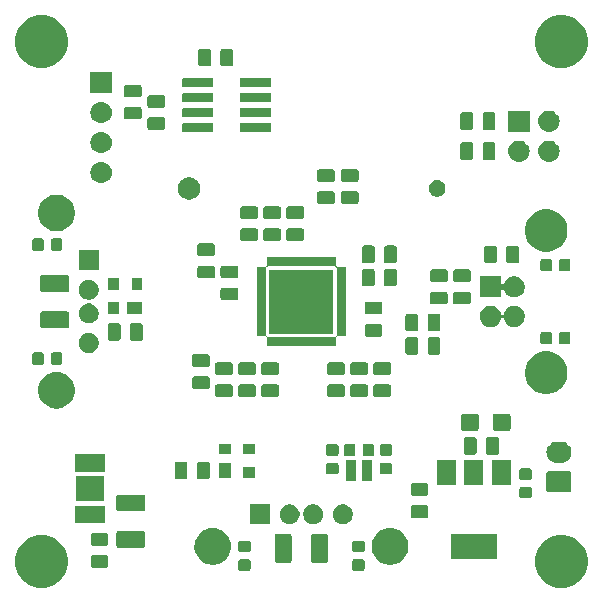
<source format=gbr>
G04 #@! TF.GenerationSoftware,KiCad,Pcbnew,(5.1.4-0-10_14)*
G04 #@! TF.CreationDate,2020-12-07T20:11:59-03:00*
G04 #@! TF.ProjectId,hub_usb_sd,6875625f-7573-4625-9f73-642e6b696361,1.0*
G04 #@! TF.SameCoordinates,Original*
G04 #@! TF.FileFunction,Soldermask,Bot*
G04 #@! TF.FilePolarity,Negative*
%FSLAX46Y46*%
G04 Gerber Fmt 4.6, Leading zero omitted, Abs format (unit mm)*
G04 Created by KiCad (PCBNEW (5.1.4-0-10_14)) date 2020-12-07 20:11:59*
%MOMM*%
%LPD*%
G04 APERTURE LIST*
%ADD10C,0.100000*%
G04 APERTURE END LIST*
D10*
G36*
X167275880Y-114759776D02*
G01*
X167656593Y-114835504D01*
X168066249Y-115005189D01*
X168434929Y-115251534D01*
X168748466Y-115565071D01*
X168994811Y-115933751D01*
X169164496Y-116343407D01*
X169251000Y-116778296D01*
X169251000Y-117221704D01*
X169164496Y-117656593D01*
X168994811Y-118066249D01*
X168748466Y-118434929D01*
X168434929Y-118748466D01*
X168066249Y-118994811D01*
X167656593Y-119164496D01*
X167275880Y-119240224D01*
X167221705Y-119251000D01*
X166778295Y-119251000D01*
X166724120Y-119240224D01*
X166343407Y-119164496D01*
X165933751Y-118994811D01*
X165565071Y-118748466D01*
X165251534Y-118434929D01*
X165005189Y-118066249D01*
X164835504Y-117656593D01*
X164749000Y-117221704D01*
X164749000Y-116778296D01*
X164835504Y-116343407D01*
X165005189Y-115933751D01*
X165251534Y-115565071D01*
X165565071Y-115251534D01*
X165933751Y-115005189D01*
X166343407Y-114835504D01*
X166724120Y-114759776D01*
X166778295Y-114749000D01*
X167221705Y-114749000D01*
X167275880Y-114759776D01*
X167275880Y-114759776D01*
G37*
G36*
X123275880Y-114759776D02*
G01*
X123656593Y-114835504D01*
X124066249Y-115005189D01*
X124434929Y-115251534D01*
X124748466Y-115565071D01*
X124994811Y-115933751D01*
X125164496Y-116343407D01*
X125251000Y-116778296D01*
X125251000Y-117221704D01*
X125164496Y-117656593D01*
X124994811Y-118066249D01*
X124748466Y-118434929D01*
X124434929Y-118748466D01*
X124066249Y-118994811D01*
X123656593Y-119164496D01*
X123275880Y-119240224D01*
X123221705Y-119251000D01*
X122778295Y-119251000D01*
X122724120Y-119240224D01*
X122343407Y-119164496D01*
X121933751Y-118994811D01*
X121565071Y-118748466D01*
X121251534Y-118434929D01*
X121005189Y-118066249D01*
X120835504Y-117656593D01*
X120749000Y-117221704D01*
X120749000Y-116778296D01*
X120835504Y-116343407D01*
X121005189Y-115933751D01*
X121251534Y-115565071D01*
X121565071Y-115251534D01*
X121933751Y-115005189D01*
X122343407Y-114835504D01*
X122724120Y-114759776D01*
X122778295Y-114749000D01*
X123221705Y-114749000D01*
X123275880Y-114759776D01*
X123275880Y-114759776D01*
G37*
G36*
X150203591Y-116810585D02*
G01*
X150237569Y-116820893D01*
X150268890Y-116837634D01*
X150296339Y-116860161D01*
X150318866Y-116887610D01*
X150335607Y-116918931D01*
X150345915Y-116952909D01*
X150350000Y-116994390D01*
X150350000Y-117595610D01*
X150345915Y-117637091D01*
X150335607Y-117671069D01*
X150318866Y-117702390D01*
X150296339Y-117729839D01*
X150268890Y-117752366D01*
X150237569Y-117769107D01*
X150203591Y-117779415D01*
X150162110Y-117783500D01*
X149485890Y-117783500D01*
X149444409Y-117779415D01*
X149410431Y-117769107D01*
X149379110Y-117752366D01*
X149351661Y-117729839D01*
X149329134Y-117702390D01*
X149312393Y-117671069D01*
X149302085Y-117637091D01*
X149298000Y-117595610D01*
X149298000Y-116994390D01*
X149302085Y-116952909D01*
X149312393Y-116918931D01*
X149329134Y-116887610D01*
X149351661Y-116860161D01*
X149379110Y-116837634D01*
X149410431Y-116820893D01*
X149444409Y-116810585D01*
X149485890Y-116806500D01*
X150162110Y-116806500D01*
X150203591Y-116810585D01*
X150203591Y-116810585D01*
G37*
G36*
X140554591Y-116810585D02*
G01*
X140588569Y-116820893D01*
X140619890Y-116837634D01*
X140647339Y-116860161D01*
X140669866Y-116887610D01*
X140686607Y-116918931D01*
X140696915Y-116952909D01*
X140701000Y-116994390D01*
X140701000Y-117595610D01*
X140696915Y-117637091D01*
X140686607Y-117671069D01*
X140669866Y-117702390D01*
X140647339Y-117729839D01*
X140619890Y-117752366D01*
X140588569Y-117769107D01*
X140554591Y-117779415D01*
X140513110Y-117783500D01*
X139836890Y-117783500D01*
X139795409Y-117779415D01*
X139761431Y-117769107D01*
X139730110Y-117752366D01*
X139702661Y-117729839D01*
X139680134Y-117702390D01*
X139663393Y-117671069D01*
X139653085Y-117637091D01*
X139649000Y-117595610D01*
X139649000Y-116994390D01*
X139653085Y-116952909D01*
X139663393Y-116918931D01*
X139680134Y-116887610D01*
X139702661Y-116860161D01*
X139730110Y-116837634D01*
X139761431Y-116820893D01*
X139795409Y-116810585D01*
X139836890Y-116806500D01*
X140513110Y-116806500D01*
X140554591Y-116810585D01*
X140554591Y-116810585D01*
G37*
G36*
X128494468Y-116467565D02*
G01*
X128533138Y-116479296D01*
X128568777Y-116498346D01*
X128600017Y-116523983D01*
X128625654Y-116555223D01*
X128644704Y-116590862D01*
X128656435Y-116629532D01*
X128661000Y-116675888D01*
X128661000Y-117327112D01*
X128656435Y-117373468D01*
X128644704Y-117412138D01*
X128625654Y-117447777D01*
X128600017Y-117479017D01*
X128568777Y-117504654D01*
X128533138Y-117523704D01*
X128494468Y-117535435D01*
X128448112Y-117540000D01*
X127371888Y-117540000D01*
X127325532Y-117535435D01*
X127286862Y-117523704D01*
X127251223Y-117504654D01*
X127219983Y-117479017D01*
X127194346Y-117447777D01*
X127175296Y-117412138D01*
X127163565Y-117373468D01*
X127159000Y-117327112D01*
X127159000Y-116675888D01*
X127163565Y-116629532D01*
X127175296Y-116590862D01*
X127194346Y-116555223D01*
X127219983Y-116523983D01*
X127251223Y-116498346D01*
X127286862Y-116479296D01*
X127325532Y-116467565D01*
X127371888Y-116463000D01*
X128448112Y-116463000D01*
X128494468Y-116467565D01*
X128494468Y-116467565D01*
G37*
G36*
X152802585Y-114198802D02*
G01*
X152952410Y-114228604D01*
X153234674Y-114345521D01*
X153488705Y-114515259D01*
X153704741Y-114731295D01*
X153874479Y-114985326D01*
X153991396Y-115267590D01*
X154006581Y-115343931D01*
X154045013Y-115537138D01*
X154051000Y-115567240D01*
X154051000Y-115872760D01*
X153991396Y-116172410D01*
X153874479Y-116454674D01*
X153704741Y-116708705D01*
X153488705Y-116924741D01*
X153234674Y-117094479D01*
X152952410Y-117211396D01*
X152802585Y-117241198D01*
X152652761Y-117271000D01*
X152347239Y-117271000D01*
X152197415Y-117241198D01*
X152047590Y-117211396D01*
X151765326Y-117094479D01*
X151511295Y-116924741D01*
X151295259Y-116708705D01*
X151125521Y-116454674D01*
X151008604Y-116172410D01*
X150949000Y-115872760D01*
X150949000Y-115567240D01*
X150954988Y-115537138D01*
X150993419Y-115343931D01*
X151008604Y-115267590D01*
X151125521Y-114985326D01*
X151295259Y-114731295D01*
X151511295Y-114515259D01*
X151765326Y-114345521D01*
X152047590Y-114228604D01*
X152197415Y-114198802D01*
X152347239Y-114169000D01*
X152652761Y-114169000D01*
X152802585Y-114198802D01*
X152802585Y-114198802D01*
G37*
G36*
X137802585Y-114198802D02*
G01*
X137952410Y-114228604D01*
X138234674Y-114345521D01*
X138488705Y-114515259D01*
X138704741Y-114731295D01*
X138874479Y-114985326D01*
X138991396Y-115267590D01*
X139006581Y-115343931D01*
X139045013Y-115537138D01*
X139051000Y-115567240D01*
X139051000Y-115872760D01*
X138991396Y-116172410D01*
X138874479Y-116454674D01*
X138704741Y-116708705D01*
X138488705Y-116924741D01*
X138234674Y-117094479D01*
X137952410Y-117211396D01*
X137802585Y-117241198D01*
X137652761Y-117271000D01*
X137347239Y-117271000D01*
X137197415Y-117241198D01*
X137047590Y-117211396D01*
X136765326Y-117094479D01*
X136511295Y-116924741D01*
X136295259Y-116708705D01*
X136125521Y-116454674D01*
X136008604Y-116172410D01*
X135949000Y-115872760D01*
X135949000Y-115567240D01*
X135954988Y-115537138D01*
X135993419Y-115343931D01*
X136008604Y-115267590D01*
X136125521Y-114985326D01*
X136295259Y-114731295D01*
X136511295Y-114515259D01*
X136765326Y-114345521D01*
X137047590Y-114228604D01*
X137197415Y-114198802D01*
X137347239Y-114169000D01*
X137652761Y-114169000D01*
X137802585Y-114198802D01*
X137802585Y-114198802D01*
G37*
G36*
X147096811Y-114663271D02*
G01*
X147132603Y-114674129D01*
X147165595Y-114691763D01*
X147194508Y-114715492D01*
X147218237Y-114744405D01*
X147235871Y-114777397D01*
X147246729Y-114813189D01*
X147251000Y-114856555D01*
X147251000Y-116913445D01*
X147246729Y-116956811D01*
X147235871Y-116992603D01*
X147218237Y-117025595D01*
X147194508Y-117054508D01*
X147165595Y-117078237D01*
X147132603Y-117095871D01*
X147096811Y-117106729D01*
X147053445Y-117111000D01*
X146021555Y-117111000D01*
X145978189Y-117106729D01*
X145942397Y-117095871D01*
X145909405Y-117078237D01*
X145880492Y-117054508D01*
X145856763Y-117025595D01*
X145839129Y-116992603D01*
X145828271Y-116956811D01*
X145824000Y-116913445D01*
X145824000Y-114856555D01*
X145828271Y-114813189D01*
X145839129Y-114777397D01*
X145856763Y-114744405D01*
X145880492Y-114715492D01*
X145909405Y-114691763D01*
X145942397Y-114674129D01*
X145978189Y-114663271D01*
X146021555Y-114659000D01*
X147053445Y-114659000D01*
X147096811Y-114663271D01*
X147096811Y-114663271D01*
G37*
G36*
X144021811Y-114663271D02*
G01*
X144057603Y-114674129D01*
X144090595Y-114691763D01*
X144119508Y-114715492D01*
X144143237Y-114744405D01*
X144160871Y-114777397D01*
X144171729Y-114813189D01*
X144176000Y-114856555D01*
X144176000Y-116913445D01*
X144171729Y-116956811D01*
X144160871Y-116992603D01*
X144143237Y-117025595D01*
X144119508Y-117054508D01*
X144090595Y-117078237D01*
X144057603Y-117095871D01*
X144021811Y-117106729D01*
X143978445Y-117111000D01*
X142946555Y-117111000D01*
X142903189Y-117106729D01*
X142867397Y-117095871D01*
X142834405Y-117078237D01*
X142805492Y-117054508D01*
X142781763Y-117025595D01*
X142764129Y-116992603D01*
X142753271Y-116956811D01*
X142749000Y-116913445D01*
X142749000Y-114856555D01*
X142753271Y-114813189D01*
X142764129Y-114777397D01*
X142781763Y-114744405D01*
X142805492Y-114715492D01*
X142834405Y-114691763D01*
X142867397Y-114674129D01*
X142903189Y-114663271D01*
X142946555Y-114659000D01*
X143978445Y-114659000D01*
X144021811Y-114663271D01*
X144021811Y-114663271D01*
G37*
G36*
X161557000Y-116817000D02*
G01*
X157655000Y-116817000D01*
X157655000Y-114715000D01*
X161557000Y-114715000D01*
X161557000Y-116817000D01*
X161557000Y-116817000D01*
G37*
G36*
X140554591Y-115235585D02*
G01*
X140588569Y-115245893D01*
X140619890Y-115262634D01*
X140647339Y-115285161D01*
X140669866Y-115312610D01*
X140686607Y-115343931D01*
X140696915Y-115377909D01*
X140701000Y-115419390D01*
X140701000Y-116020610D01*
X140696915Y-116062091D01*
X140686607Y-116096069D01*
X140669866Y-116127390D01*
X140647339Y-116154839D01*
X140619890Y-116177366D01*
X140588569Y-116194107D01*
X140554591Y-116204415D01*
X140513110Y-116208500D01*
X139836890Y-116208500D01*
X139795409Y-116204415D01*
X139761431Y-116194107D01*
X139730110Y-116177366D01*
X139702661Y-116154839D01*
X139680134Y-116127390D01*
X139663393Y-116096069D01*
X139653085Y-116062091D01*
X139649000Y-116020610D01*
X139649000Y-115419390D01*
X139653085Y-115377909D01*
X139663393Y-115343931D01*
X139680134Y-115312610D01*
X139702661Y-115285161D01*
X139730110Y-115262634D01*
X139761431Y-115245893D01*
X139795409Y-115235585D01*
X139836890Y-115231500D01*
X140513110Y-115231500D01*
X140554591Y-115235585D01*
X140554591Y-115235585D01*
G37*
G36*
X150203591Y-115235585D02*
G01*
X150237569Y-115245893D01*
X150268890Y-115262634D01*
X150296339Y-115285161D01*
X150318866Y-115312610D01*
X150335607Y-115343931D01*
X150345915Y-115377909D01*
X150350000Y-115419390D01*
X150350000Y-116020610D01*
X150345915Y-116062091D01*
X150335607Y-116096069D01*
X150318866Y-116127390D01*
X150296339Y-116154839D01*
X150268890Y-116177366D01*
X150237569Y-116194107D01*
X150203591Y-116204415D01*
X150162110Y-116208500D01*
X149485890Y-116208500D01*
X149444409Y-116204415D01*
X149410431Y-116194107D01*
X149379110Y-116177366D01*
X149351661Y-116154839D01*
X149329134Y-116127390D01*
X149312393Y-116096069D01*
X149302085Y-116062091D01*
X149298000Y-116020610D01*
X149298000Y-115419390D01*
X149302085Y-115377909D01*
X149312393Y-115343931D01*
X149329134Y-115312610D01*
X149351661Y-115285161D01*
X149379110Y-115262634D01*
X149410431Y-115245893D01*
X149444409Y-115235585D01*
X149485890Y-115231500D01*
X150162110Y-115231500D01*
X150203591Y-115235585D01*
X150203591Y-115235585D01*
G37*
G36*
X131631311Y-114417271D02*
G01*
X131667103Y-114428129D01*
X131700095Y-114445763D01*
X131729008Y-114469492D01*
X131752737Y-114498405D01*
X131770371Y-114531397D01*
X131781229Y-114567189D01*
X131785500Y-114610555D01*
X131785500Y-115642445D01*
X131781229Y-115685811D01*
X131770371Y-115721603D01*
X131752737Y-115754595D01*
X131729008Y-115783508D01*
X131700095Y-115807237D01*
X131667103Y-115824871D01*
X131631311Y-115835729D01*
X131587945Y-115840000D01*
X129531055Y-115840000D01*
X129487689Y-115835729D01*
X129451897Y-115824871D01*
X129418905Y-115807237D01*
X129389992Y-115783508D01*
X129366263Y-115754595D01*
X129348629Y-115721603D01*
X129337771Y-115685811D01*
X129333500Y-115642445D01*
X129333500Y-114610555D01*
X129337771Y-114567189D01*
X129348629Y-114531397D01*
X129366263Y-114498405D01*
X129389992Y-114469492D01*
X129418905Y-114445763D01*
X129451897Y-114428129D01*
X129487689Y-114417271D01*
X129531055Y-114413000D01*
X131587945Y-114413000D01*
X131631311Y-114417271D01*
X131631311Y-114417271D01*
G37*
G36*
X128494468Y-114592565D02*
G01*
X128533138Y-114604296D01*
X128568777Y-114623346D01*
X128600017Y-114648983D01*
X128625654Y-114680223D01*
X128644704Y-114715862D01*
X128656435Y-114754532D01*
X128661000Y-114800888D01*
X128661000Y-115452112D01*
X128656435Y-115498468D01*
X128644704Y-115537138D01*
X128625654Y-115572777D01*
X128600017Y-115604017D01*
X128568777Y-115629654D01*
X128533138Y-115648704D01*
X128494468Y-115660435D01*
X128448112Y-115665000D01*
X127371888Y-115665000D01*
X127325532Y-115660435D01*
X127286862Y-115648704D01*
X127251223Y-115629654D01*
X127219983Y-115604017D01*
X127194346Y-115572777D01*
X127175296Y-115537138D01*
X127163565Y-115498468D01*
X127159000Y-115452112D01*
X127159000Y-114800888D01*
X127163565Y-114754532D01*
X127175296Y-114715862D01*
X127194346Y-114680223D01*
X127219983Y-114648983D01*
X127251223Y-114623346D01*
X127286862Y-114604296D01*
X127325532Y-114592565D01*
X127371888Y-114588000D01*
X128448112Y-114588000D01*
X128494468Y-114592565D01*
X128494468Y-114592565D01*
G37*
G36*
X148748228Y-112191703D02*
G01*
X148903100Y-112255853D01*
X149042481Y-112348985D01*
X149161015Y-112467519D01*
X149254147Y-112606900D01*
X149318297Y-112761772D01*
X149351000Y-112926184D01*
X149351000Y-113093816D01*
X149318297Y-113258228D01*
X149254147Y-113413100D01*
X149161015Y-113552481D01*
X149042481Y-113671015D01*
X148903100Y-113764147D01*
X148748228Y-113828297D01*
X148583816Y-113861000D01*
X148416184Y-113861000D01*
X148251772Y-113828297D01*
X148096900Y-113764147D01*
X147957519Y-113671015D01*
X147838985Y-113552481D01*
X147745853Y-113413100D01*
X147681703Y-113258228D01*
X147649000Y-113093816D01*
X147649000Y-112926184D01*
X147681703Y-112761772D01*
X147745853Y-112606900D01*
X147838985Y-112467519D01*
X147957519Y-112348985D01*
X148096900Y-112255853D01*
X148251772Y-112191703D01*
X148416184Y-112159000D01*
X148583816Y-112159000D01*
X148748228Y-112191703D01*
X148748228Y-112191703D01*
G37*
G36*
X142351000Y-113861000D02*
G01*
X140649000Y-113861000D01*
X140649000Y-112159000D01*
X142351000Y-112159000D01*
X142351000Y-113861000D01*
X142351000Y-113861000D01*
G37*
G36*
X144248228Y-112191703D02*
G01*
X144403100Y-112255853D01*
X144542481Y-112348985D01*
X144661015Y-112467519D01*
X144754147Y-112606900D01*
X144818297Y-112761772D01*
X144851000Y-112926184D01*
X144851000Y-113093816D01*
X144818297Y-113258228D01*
X144754147Y-113413100D01*
X144661015Y-113552481D01*
X144542481Y-113671015D01*
X144403100Y-113764147D01*
X144248228Y-113828297D01*
X144083816Y-113861000D01*
X143916184Y-113861000D01*
X143751772Y-113828297D01*
X143596900Y-113764147D01*
X143457519Y-113671015D01*
X143338985Y-113552481D01*
X143245853Y-113413100D01*
X143181703Y-113258228D01*
X143149000Y-113093816D01*
X143149000Y-112926184D01*
X143181703Y-112761772D01*
X143245853Y-112606900D01*
X143338985Y-112467519D01*
X143457519Y-112348985D01*
X143596900Y-112255853D01*
X143751772Y-112191703D01*
X143916184Y-112159000D01*
X144083816Y-112159000D01*
X144248228Y-112191703D01*
X144248228Y-112191703D01*
G37*
G36*
X146248228Y-112191703D02*
G01*
X146403100Y-112255853D01*
X146542481Y-112348985D01*
X146661015Y-112467519D01*
X146754147Y-112606900D01*
X146818297Y-112761772D01*
X146851000Y-112926184D01*
X146851000Y-113093816D01*
X146818297Y-113258228D01*
X146754147Y-113413100D01*
X146661015Y-113552481D01*
X146542481Y-113671015D01*
X146403100Y-113764147D01*
X146248228Y-113828297D01*
X146083816Y-113861000D01*
X145916184Y-113861000D01*
X145751772Y-113828297D01*
X145596900Y-113764147D01*
X145457519Y-113671015D01*
X145338985Y-113552481D01*
X145245853Y-113413100D01*
X145181703Y-113258228D01*
X145149000Y-113093816D01*
X145149000Y-112926184D01*
X145181703Y-112761772D01*
X145245853Y-112606900D01*
X145338985Y-112467519D01*
X145457519Y-112348985D01*
X145596900Y-112255853D01*
X145751772Y-112191703D01*
X145916184Y-112159000D01*
X146083816Y-112159000D01*
X146248228Y-112191703D01*
X146248228Y-112191703D01*
G37*
G36*
X126447744Y-112283681D02*
G01*
X126472256Y-112283681D01*
X126479168Y-112283000D01*
X127090832Y-112283000D01*
X127097744Y-112283681D01*
X127122256Y-112283681D01*
X127129168Y-112283000D01*
X127740832Y-112283000D01*
X127747744Y-112283681D01*
X127772256Y-112283681D01*
X127779168Y-112283000D01*
X128361000Y-112283000D01*
X128361000Y-113785000D01*
X127779168Y-113785000D01*
X127772256Y-113784319D01*
X127747744Y-113784319D01*
X127740832Y-113785000D01*
X127129168Y-113785000D01*
X127122256Y-113784319D01*
X127097744Y-113784319D01*
X127090832Y-113785000D01*
X126479168Y-113785000D01*
X126472256Y-113784319D01*
X126447744Y-113784319D01*
X126440832Y-113785000D01*
X125859000Y-113785000D01*
X125859000Y-112283000D01*
X126440832Y-112283000D01*
X126447744Y-112283681D01*
X126447744Y-112283681D01*
G37*
G36*
X155587468Y-112242565D02*
G01*
X155626138Y-112254296D01*
X155661777Y-112273346D01*
X155693017Y-112298983D01*
X155718654Y-112330223D01*
X155737704Y-112365862D01*
X155749435Y-112404532D01*
X155754000Y-112450888D01*
X155754000Y-113102112D01*
X155749435Y-113148468D01*
X155737704Y-113187138D01*
X155718654Y-113222777D01*
X155693017Y-113254017D01*
X155661777Y-113279654D01*
X155626138Y-113298704D01*
X155587468Y-113310435D01*
X155541112Y-113315000D01*
X154464888Y-113315000D01*
X154418532Y-113310435D01*
X154379862Y-113298704D01*
X154344223Y-113279654D01*
X154312983Y-113254017D01*
X154287346Y-113222777D01*
X154268296Y-113187138D01*
X154256565Y-113148468D01*
X154252000Y-113102112D01*
X154252000Y-112450888D01*
X154256565Y-112404532D01*
X154268296Y-112365862D01*
X154287346Y-112330223D01*
X154312983Y-112298983D01*
X154344223Y-112273346D01*
X154379862Y-112254296D01*
X154418532Y-112242565D01*
X154464888Y-112238000D01*
X155541112Y-112238000D01*
X155587468Y-112242565D01*
X155587468Y-112242565D01*
G37*
G36*
X131631311Y-111342271D02*
G01*
X131667103Y-111353129D01*
X131700095Y-111370763D01*
X131729008Y-111394492D01*
X131752737Y-111423405D01*
X131770371Y-111456397D01*
X131781229Y-111492189D01*
X131785500Y-111535555D01*
X131785500Y-112567445D01*
X131781229Y-112610811D01*
X131770371Y-112646603D01*
X131752737Y-112679595D01*
X131729008Y-112708508D01*
X131700095Y-112732237D01*
X131667103Y-112749871D01*
X131631311Y-112760729D01*
X131587945Y-112765000D01*
X129531055Y-112765000D01*
X129487689Y-112760729D01*
X129451897Y-112749871D01*
X129418905Y-112732237D01*
X129389992Y-112708508D01*
X129366263Y-112679595D01*
X129348629Y-112646603D01*
X129337771Y-112610811D01*
X129333500Y-112567445D01*
X129333500Y-111535555D01*
X129337771Y-111492189D01*
X129348629Y-111456397D01*
X129366263Y-111423405D01*
X129389992Y-111394492D01*
X129418905Y-111370763D01*
X129451897Y-111353129D01*
X129487689Y-111342271D01*
X129531055Y-111338000D01*
X131587945Y-111338000D01*
X131631311Y-111342271D01*
X131631311Y-111342271D01*
G37*
G36*
X128311000Y-111885000D02*
G01*
X125909000Y-111885000D01*
X125909000Y-109783000D01*
X128311000Y-109783000D01*
X128311000Y-111885000D01*
X128311000Y-111885000D01*
G37*
G36*
X164363591Y-110690585D02*
G01*
X164397569Y-110700893D01*
X164428890Y-110717634D01*
X164456339Y-110740161D01*
X164478866Y-110767610D01*
X164495607Y-110798931D01*
X164505915Y-110832909D01*
X164510000Y-110874390D01*
X164510000Y-111475610D01*
X164505915Y-111517091D01*
X164495607Y-111551069D01*
X164478866Y-111582390D01*
X164456339Y-111609839D01*
X164428890Y-111632366D01*
X164397569Y-111649107D01*
X164363591Y-111659415D01*
X164322110Y-111663500D01*
X163645890Y-111663500D01*
X163604409Y-111659415D01*
X163570431Y-111649107D01*
X163539110Y-111632366D01*
X163511661Y-111609839D01*
X163489134Y-111582390D01*
X163472393Y-111551069D01*
X163462085Y-111517091D01*
X163458000Y-111475610D01*
X163458000Y-110874390D01*
X163462085Y-110832909D01*
X163472393Y-110798931D01*
X163489134Y-110767610D01*
X163511661Y-110740161D01*
X163539110Y-110717634D01*
X163570431Y-110700893D01*
X163604409Y-110690585D01*
X163645890Y-110686500D01*
X164322110Y-110686500D01*
X164363591Y-110690585D01*
X164363591Y-110690585D01*
G37*
G36*
X155587468Y-110367565D02*
G01*
X155626138Y-110379296D01*
X155661777Y-110398346D01*
X155693017Y-110423983D01*
X155718654Y-110455223D01*
X155737704Y-110490862D01*
X155749435Y-110529532D01*
X155754000Y-110575888D01*
X155754000Y-111227112D01*
X155749435Y-111273468D01*
X155737704Y-111312138D01*
X155718654Y-111347777D01*
X155693017Y-111379017D01*
X155661777Y-111404654D01*
X155626138Y-111423704D01*
X155587468Y-111435435D01*
X155541112Y-111440000D01*
X154464888Y-111440000D01*
X154418532Y-111435435D01*
X154379862Y-111423704D01*
X154344223Y-111404654D01*
X154312983Y-111379017D01*
X154287346Y-111347777D01*
X154268296Y-111312138D01*
X154256565Y-111273468D01*
X154252000Y-111227112D01*
X154252000Y-110575888D01*
X154256565Y-110529532D01*
X154268296Y-110490862D01*
X154287346Y-110455223D01*
X154312983Y-110423983D01*
X154344223Y-110398346D01*
X154379862Y-110379296D01*
X154418532Y-110367565D01*
X154464888Y-110363000D01*
X155541112Y-110363000D01*
X155587468Y-110367565D01*
X155587468Y-110367565D01*
G37*
G36*
X167708600Y-109362989D02*
G01*
X167741652Y-109373015D01*
X167772103Y-109389292D01*
X167798799Y-109411201D01*
X167820708Y-109437897D01*
X167836985Y-109468348D01*
X167847011Y-109501400D01*
X167851000Y-109541903D01*
X167851000Y-110978097D01*
X167847011Y-111018600D01*
X167836985Y-111051652D01*
X167820708Y-111082103D01*
X167798799Y-111108799D01*
X167772103Y-111130708D01*
X167741652Y-111146985D01*
X167708600Y-111157011D01*
X167668097Y-111161000D01*
X165931903Y-111161000D01*
X165891400Y-111157011D01*
X165858348Y-111146985D01*
X165827897Y-111130708D01*
X165801201Y-111108799D01*
X165779292Y-111082103D01*
X165763015Y-111051652D01*
X165752989Y-111018600D01*
X165749000Y-110978097D01*
X165749000Y-109541903D01*
X165752989Y-109501400D01*
X165763015Y-109468348D01*
X165779292Y-109437897D01*
X165801201Y-109411201D01*
X165827897Y-109389292D01*
X165858348Y-109373015D01*
X165891400Y-109362989D01*
X165931903Y-109359000D01*
X167668097Y-109359000D01*
X167708600Y-109362989D01*
X167708600Y-109362989D01*
G37*
G36*
X160407000Y-110517000D02*
G01*
X158805000Y-110517000D01*
X158805000Y-108415000D01*
X160407000Y-108415000D01*
X160407000Y-110517000D01*
X160407000Y-110517000D01*
G37*
G36*
X162707000Y-110517000D02*
G01*
X161105000Y-110517000D01*
X161105000Y-108415000D01*
X162707000Y-108415000D01*
X162707000Y-110517000D01*
X162707000Y-110517000D01*
G37*
G36*
X158107000Y-110517000D02*
G01*
X156505000Y-110517000D01*
X156505000Y-108415000D01*
X158107000Y-108415000D01*
X158107000Y-110517000D01*
X158107000Y-110517000D01*
G37*
G36*
X149632000Y-110227000D02*
G01*
X148780000Y-110227000D01*
X148780000Y-108425000D01*
X149632000Y-108425000D01*
X149632000Y-110227000D01*
X149632000Y-110227000D01*
G37*
G36*
X150982000Y-110227000D02*
G01*
X150130000Y-110227000D01*
X150130000Y-108425000D01*
X150982000Y-108425000D01*
X150982000Y-110227000D01*
X150982000Y-110227000D01*
G37*
G36*
X164363591Y-109115585D02*
G01*
X164397569Y-109125893D01*
X164428890Y-109142634D01*
X164456339Y-109165161D01*
X164478866Y-109192610D01*
X164495607Y-109223931D01*
X164505915Y-109257909D01*
X164510000Y-109299390D01*
X164510000Y-109900610D01*
X164505915Y-109942091D01*
X164495607Y-109976069D01*
X164478866Y-110007390D01*
X164456339Y-110034839D01*
X164428890Y-110057366D01*
X164397569Y-110074107D01*
X164363591Y-110084415D01*
X164322110Y-110088500D01*
X163645890Y-110088500D01*
X163604409Y-110084415D01*
X163570431Y-110074107D01*
X163539110Y-110057366D01*
X163511661Y-110034839D01*
X163489134Y-110007390D01*
X163472393Y-109976069D01*
X163462085Y-109942091D01*
X163458000Y-109900610D01*
X163458000Y-109299390D01*
X163462085Y-109257909D01*
X163472393Y-109223931D01*
X163489134Y-109192610D01*
X163511661Y-109165161D01*
X163539110Y-109142634D01*
X163570431Y-109125893D01*
X163604409Y-109115585D01*
X163645890Y-109111500D01*
X164322110Y-109111500D01*
X164363591Y-109115585D01*
X164363591Y-109115585D01*
G37*
G36*
X135185468Y-108542565D02*
G01*
X135224138Y-108554296D01*
X135259777Y-108573346D01*
X135291017Y-108598983D01*
X135316654Y-108630223D01*
X135335704Y-108665862D01*
X135347435Y-108704532D01*
X135352000Y-108750888D01*
X135352000Y-109827112D01*
X135347435Y-109873468D01*
X135335704Y-109912138D01*
X135316654Y-109947777D01*
X135291017Y-109979017D01*
X135259777Y-110004654D01*
X135224138Y-110023704D01*
X135185468Y-110035435D01*
X135139112Y-110040000D01*
X134487888Y-110040000D01*
X134441532Y-110035435D01*
X134402862Y-110023704D01*
X134367223Y-110004654D01*
X134335983Y-109979017D01*
X134310346Y-109947777D01*
X134291296Y-109912138D01*
X134279565Y-109873468D01*
X134275000Y-109827112D01*
X134275000Y-108750888D01*
X134279565Y-108704532D01*
X134291296Y-108665862D01*
X134310346Y-108630223D01*
X134335983Y-108598983D01*
X134367223Y-108573346D01*
X134402862Y-108554296D01*
X134441532Y-108542565D01*
X134487888Y-108538000D01*
X135139112Y-108538000D01*
X135185468Y-108542565D01*
X135185468Y-108542565D01*
G37*
G36*
X137060468Y-108542565D02*
G01*
X137099138Y-108554296D01*
X137134777Y-108573346D01*
X137166017Y-108598983D01*
X137191654Y-108630223D01*
X137210704Y-108665862D01*
X137222435Y-108704532D01*
X137227000Y-108750888D01*
X137227000Y-109827112D01*
X137222435Y-109873468D01*
X137210704Y-109912138D01*
X137191654Y-109947777D01*
X137166017Y-109979017D01*
X137134777Y-110004654D01*
X137099138Y-110023704D01*
X137060468Y-110035435D01*
X137014112Y-110040000D01*
X136362888Y-110040000D01*
X136316532Y-110035435D01*
X136277862Y-110023704D01*
X136242223Y-110004654D01*
X136210983Y-109979017D01*
X136185346Y-109947777D01*
X136166296Y-109912138D01*
X136154565Y-109873468D01*
X136150000Y-109827112D01*
X136150000Y-108750888D01*
X136154565Y-108704532D01*
X136166296Y-108665862D01*
X136185346Y-108630223D01*
X136210983Y-108598983D01*
X136242223Y-108573346D01*
X136277862Y-108554296D01*
X136316532Y-108542565D01*
X136362888Y-108538000D01*
X137014112Y-108538000D01*
X137060468Y-108542565D01*
X137060468Y-108542565D01*
G37*
G36*
X139033000Y-109940000D02*
G01*
X138031000Y-109940000D01*
X138031000Y-108638000D01*
X139033000Y-108638000D01*
X139033000Y-109940000D01*
X139033000Y-109940000D01*
G37*
G36*
X141033000Y-109940000D02*
G01*
X140031000Y-109940000D01*
X140031000Y-109038000D01*
X141033000Y-109038000D01*
X141033000Y-109940000D01*
X141033000Y-109940000D01*
G37*
G36*
X147999591Y-108653585D02*
G01*
X148033569Y-108663893D01*
X148064890Y-108680634D01*
X148092339Y-108703161D01*
X148114866Y-108730610D01*
X148131607Y-108761931D01*
X148141915Y-108795909D01*
X148146000Y-108837390D01*
X148146000Y-109438610D01*
X148141915Y-109480091D01*
X148131607Y-109514069D01*
X148114866Y-109545390D01*
X148092339Y-109572839D01*
X148064890Y-109595366D01*
X148033569Y-109612107D01*
X147999591Y-109622415D01*
X147958110Y-109626500D01*
X147281890Y-109626500D01*
X147240409Y-109622415D01*
X147206431Y-109612107D01*
X147175110Y-109595366D01*
X147147661Y-109572839D01*
X147125134Y-109545390D01*
X147108393Y-109514069D01*
X147098085Y-109480091D01*
X147094000Y-109438610D01*
X147094000Y-108837390D01*
X147098085Y-108795909D01*
X147108393Y-108761931D01*
X147125134Y-108730610D01*
X147147661Y-108703161D01*
X147175110Y-108680634D01*
X147206431Y-108663893D01*
X147240409Y-108653585D01*
X147281890Y-108649500D01*
X147958110Y-108649500D01*
X147999591Y-108653585D01*
X147999591Y-108653585D01*
G37*
G36*
X152530591Y-108653585D02*
G01*
X152564569Y-108663893D01*
X152595890Y-108680634D01*
X152623339Y-108703161D01*
X152645866Y-108730610D01*
X152662607Y-108761931D01*
X152672915Y-108795909D01*
X152677000Y-108837390D01*
X152677000Y-109438610D01*
X152672915Y-109480091D01*
X152662607Y-109514069D01*
X152645866Y-109545390D01*
X152623339Y-109572839D01*
X152595890Y-109595366D01*
X152564569Y-109612107D01*
X152530591Y-109622415D01*
X152489110Y-109626500D01*
X151812890Y-109626500D01*
X151771409Y-109622415D01*
X151737431Y-109612107D01*
X151706110Y-109595366D01*
X151678661Y-109572839D01*
X151656134Y-109545390D01*
X151639393Y-109514069D01*
X151629085Y-109480091D01*
X151625000Y-109438610D01*
X151625000Y-108837390D01*
X151629085Y-108795909D01*
X151639393Y-108761931D01*
X151656134Y-108730610D01*
X151678661Y-108703161D01*
X151706110Y-108680634D01*
X151737431Y-108663893D01*
X151771409Y-108653585D01*
X151812890Y-108649500D01*
X152489110Y-108649500D01*
X152530591Y-108653585D01*
X152530591Y-108653585D01*
G37*
G36*
X126447744Y-107883681D02*
G01*
X126472256Y-107883681D01*
X126479168Y-107883000D01*
X127090832Y-107883000D01*
X127097744Y-107883681D01*
X127122256Y-107883681D01*
X127129168Y-107883000D01*
X127740832Y-107883000D01*
X127747744Y-107883681D01*
X127772256Y-107883681D01*
X127779168Y-107883000D01*
X128361000Y-107883000D01*
X128361000Y-109385000D01*
X127779168Y-109385000D01*
X127772256Y-109384319D01*
X127747744Y-109384319D01*
X127740832Y-109385000D01*
X127129168Y-109385000D01*
X127122256Y-109384319D01*
X127097744Y-109384319D01*
X127090832Y-109385000D01*
X126479168Y-109385000D01*
X126472256Y-109384319D01*
X126447744Y-109384319D01*
X126440832Y-109385000D01*
X125859000Y-109385000D01*
X125859000Y-107883000D01*
X126440832Y-107883000D01*
X126447744Y-107883681D01*
X126447744Y-107883681D01*
G37*
G36*
X167060443Y-106865519D02*
G01*
X167126627Y-106872037D01*
X167296466Y-106923557D01*
X167452991Y-107007222D01*
X167488729Y-107036552D01*
X167590186Y-107119814D01*
X167645963Y-107187780D01*
X167702778Y-107257009D01*
X167786443Y-107413534D01*
X167837963Y-107583373D01*
X167855359Y-107760000D01*
X167837963Y-107936627D01*
X167786443Y-108106466D01*
X167702778Y-108262991D01*
X167673448Y-108298729D01*
X167590186Y-108400186D01*
X167488729Y-108483448D01*
X167452991Y-108512778D01*
X167296466Y-108596443D01*
X167126627Y-108647963D01*
X167069545Y-108653585D01*
X166994260Y-108661000D01*
X166605740Y-108661000D01*
X166530455Y-108653585D01*
X166473373Y-108647963D01*
X166303534Y-108596443D01*
X166147009Y-108512778D01*
X166111271Y-108483448D01*
X166009814Y-108400186D01*
X165926552Y-108298729D01*
X165897222Y-108262991D01*
X165813557Y-108106466D01*
X165762037Y-107936627D01*
X165744641Y-107760000D01*
X165762037Y-107583373D01*
X165813557Y-107413534D01*
X165897222Y-107257009D01*
X165954037Y-107187780D01*
X166009814Y-107119814D01*
X166111271Y-107036552D01*
X166147009Y-107007222D01*
X166303534Y-106923557D01*
X166473373Y-106872037D01*
X166539557Y-106865519D01*
X166605740Y-106859000D01*
X166994260Y-106859000D01*
X167060443Y-106865519D01*
X167060443Y-106865519D01*
G37*
G36*
X151010591Y-107041085D02*
G01*
X151044569Y-107051393D01*
X151075890Y-107068134D01*
X151103339Y-107090661D01*
X151125866Y-107118110D01*
X151142607Y-107149431D01*
X151152915Y-107183409D01*
X151157000Y-107224890D01*
X151157000Y-107901110D01*
X151152915Y-107942591D01*
X151142607Y-107976569D01*
X151125866Y-108007890D01*
X151103339Y-108035339D01*
X151075890Y-108057866D01*
X151044569Y-108074607D01*
X151010591Y-108084915D01*
X150969110Y-108089000D01*
X150367890Y-108089000D01*
X150326409Y-108084915D01*
X150292431Y-108074607D01*
X150261110Y-108057866D01*
X150233661Y-108035339D01*
X150211134Y-108007890D01*
X150194393Y-107976569D01*
X150184085Y-107942591D01*
X150180000Y-107901110D01*
X150180000Y-107224890D01*
X150184085Y-107183409D01*
X150194393Y-107149431D01*
X150211134Y-107118110D01*
X150233661Y-107090661D01*
X150261110Y-107068134D01*
X150292431Y-107051393D01*
X150326409Y-107041085D01*
X150367890Y-107037000D01*
X150969110Y-107037000D01*
X151010591Y-107041085D01*
X151010591Y-107041085D01*
G37*
G36*
X149435591Y-107041085D02*
G01*
X149469569Y-107051393D01*
X149500890Y-107068134D01*
X149528339Y-107090661D01*
X149550866Y-107118110D01*
X149567607Y-107149431D01*
X149577915Y-107183409D01*
X149582000Y-107224890D01*
X149582000Y-107901110D01*
X149577915Y-107942591D01*
X149567607Y-107976569D01*
X149550866Y-108007890D01*
X149528339Y-108035339D01*
X149500890Y-108057866D01*
X149469569Y-108074607D01*
X149435591Y-108084915D01*
X149394110Y-108089000D01*
X148792890Y-108089000D01*
X148751409Y-108084915D01*
X148717431Y-108074607D01*
X148686110Y-108057866D01*
X148658661Y-108035339D01*
X148636134Y-108007890D01*
X148619393Y-107976569D01*
X148609085Y-107942591D01*
X148605000Y-107901110D01*
X148605000Y-107224890D01*
X148609085Y-107183409D01*
X148619393Y-107149431D01*
X148636134Y-107118110D01*
X148658661Y-107090661D01*
X148686110Y-107068134D01*
X148717431Y-107051393D01*
X148751409Y-107041085D01*
X148792890Y-107037000D01*
X149394110Y-107037000D01*
X149435591Y-107041085D01*
X149435591Y-107041085D01*
G37*
G36*
X152530591Y-107078585D02*
G01*
X152564569Y-107088893D01*
X152595890Y-107105634D01*
X152623339Y-107128161D01*
X152645866Y-107155610D01*
X152662607Y-107186931D01*
X152672915Y-107220909D01*
X152677000Y-107262390D01*
X152677000Y-107863610D01*
X152672915Y-107905091D01*
X152662607Y-107939069D01*
X152645866Y-107970390D01*
X152623339Y-107997839D01*
X152595890Y-108020366D01*
X152564569Y-108037107D01*
X152530591Y-108047415D01*
X152489110Y-108051500D01*
X151812890Y-108051500D01*
X151771409Y-108047415D01*
X151737431Y-108037107D01*
X151706110Y-108020366D01*
X151678661Y-107997839D01*
X151656134Y-107970390D01*
X151639393Y-107939069D01*
X151629085Y-107905091D01*
X151625000Y-107863610D01*
X151625000Y-107262390D01*
X151629085Y-107220909D01*
X151639393Y-107186931D01*
X151656134Y-107155610D01*
X151678661Y-107128161D01*
X151706110Y-107105634D01*
X151737431Y-107088893D01*
X151771409Y-107078585D01*
X151812890Y-107074500D01*
X152489110Y-107074500D01*
X152530591Y-107078585D01*
X152530591Y-107078585D01*
G37*
G36*
X147999591Y-107078585D02*
G01*
X148033569Y-107088893D01*
X148064890Y-107105634D01*
X148092339Y-107128161D01*
X148114866Y-107155610D01*
X148131607Y-107186931D01*
X148141915Y-107220909D01*
X148146000Y-107262390D01*
X148146000Y-107863610D01*
X148141915Y-107905091D01*
X148131607Y-107939069D01*
X148114866Y-107970390D01*
X148092339Y-107997839D01*
X148064890Y-108020366D01*
X148033569Y-108037107D01*
X147999591Y-108047415D01*
X147958110Y-108051500D01*
X147281890Y-108051500D01*
X147240409Y-108047415D01*
X147206431Y-108037107D01*
X147175110Y-108020366D01*
X147147661Y-107997839D01*
X147125134Y-107970390D01*
X147108393Y-107939069D01*
X147098085Y-107905091D01*
X147094000Y-107863610D01*
X147094000Y-107262390D01*
X147098085Y-107220909D01*
X147108393Y-107186931D01*
X147125134Y-107155610D01*
X147147661Y-107128161D01*
X147175110Y-107105634D01*
X147206431Y-107088893D01*
X147240409Y-107078585D01*
X147281890Y-107074500D01*
X147958110Y-107074500D01*
X147999591Y-107078585D01*
X147999591Y-107078585D01*
G37*
G36*
X161540468Y-106463565D02*
G01*
X161579138Y-106475296D01*
X161614777Y-106494346D01*
X161646017Y-106519983D01*
X161671654Y-106551223D01*
X161690704Y-106586862D01*
X161702435Y-106625532D01*
X161707000Y-106671888D01*
X161707000Y-107748112D01*
X161702435Y-107794468D01*
X161690704Y-107833138D01*
X161671654Y-107868777D01*
X161646017Y-107900017D01*
X161614777Y-107925654D01*
X161579138Y-107944704D01*
X161540468Y-107956435D01*
X161494112Y-107961000D01*
X160842888Y-107961000D01*
X160796532Y-107956435D01*
X160757862Y-107944704D01*
X160722223Y-107925654D01*
X160690983Y-107900017D01*
X160665346Y-107868777D01*
X160646296Y-107833138D01*
X160634565Y-107794468D01*
X160630000Y-107748112D01*
X160630000Y-106671888D01*
X160634565Y-106625532D01*
X160646296Y-106586862D01*
X160665346Y-106551223D01*
X160690983Y-106519983D01*
X160722223Y-106494346D01*
X160757862Y-106475296D01*
X160796532Y-106463565D01*
X160842888Y-106459000D01*
X161494112Y-106459000D01*
X161540468Y-106463565D01*
X161540468Y-106463565D01*
G37*
G36*
X159665468Y-106463565D02*
G01*
X159704138Y-106475296D01*
X159739777Y-106494346D01*
X159771017Y-106519983D01*
X159796654Y-106551223D01*
X159815704Y-106586862D01*
X159827435Y-106625532D01*
X159832000Y-106671888D01*
X159832000Y-107748112D01*
X159827435Y-107794468D01*
X159815704Y-107833138D01*
X159796654Y-107868777D01*
X159771017Y-107900017D01*
X159739777Y-107925654D01*
X159704138Y-107944704D01*
X159665468Y-107956435D01*
X159619112Y-107961000D01*
X158967888Y-107961000D01*
X158921532Y-107956435D01*
X158882862Y-107944704D01*
X158847223Y-107925654D01*
X158815983Y-107900017D01*
X158790346Y-107868777D01*
X158771296Y-107833138D01*
X158759565Y-107794468D01*
X158755000Y-107748112D01*
X158755000Y-106671888D01*
X158759565Y-106625532D01*
X158771296Y-106586862D01*
X158790346Y-106551223D01*
X158815983Y-106519983D01*
X158847223Y-106494346D01*
X158882862Y-106475296D01*
X158921532Y-106463565D01*
X158967888Y-106459000D01*
X159619112Y-106459000D01*
X159665468Y-106463565D01*
X159665468Y-106463565D01*
G37*
G36*
X141033000Y-107940000D02*
G01*
X140031000Y-107940000D01*
X140031000Y-107038000D01*
X141033000Y-107038000D01*
X141033000Y-107940000D01*
X141033000Y-107940000D01*
G37*
G36*
X139033000Y-107940000D02*
G01*
X138031000Y-107940000D01*
X138031000Y-107038000D01*
X139033000Y-107038000D01*
X139033000Y-107940000D01*
X139033000Y-107940000D01*
G37*
G36*
X159854798Y-104488247D02*
G01*
X159890367Y-104499037D01*
X159923139Y-104516554D01*
X159951869Y-104540131D01*
X159975446Y-104568861D01*
X159992963Y-104601633D01*
X160003753Y-104637202D01*
X160008000Y-104680325D01*
X160008000Y-105739675D01*
X160003753Y-105782798D01*
X159992963Y-105818367D01*
X159975446Y-105851139D01*
X159951869Y-105879869D01*
X159923139Y-105903446D01*
X159890367Y-105920963D01*
X159854798Y-105931753D01*
X159811675Y-105936000D01*
X158702325Y-105936000D01*
X158659202Y-105931753D01*
X158623633Y-105920963D01*
X158590861Y-105903446D01*
X158562131Y-105879869D01*
X158538554Y-105851139D01*
X158521037Y-105818367D01*
X158510247Y-105782798D01*
X158506000Y-105739675D01*
X158506000Y-104680325D01*
X158510247Y-104637202D01*
X158521037Y-104601633D01*
X158538554Y-104568861D01*
X158562131Y-104540131D01*
X158590861Y-104516554D01*
X158623633Y-104499037D01*
X158659202Y-104488247D01*
X158702325Y-104484000D01*
X159811675Y-104484000D01*
X159854798Y-104488247D01*
X159854798Y-104488247D01*
G37*
G36*
X162554798Y-104488247D02*
G01*
X162590367Y-104499037D01*
X162623139Y-104516554D01*
X162651869Y-104540131D01*
X162675446Y-104568861D01*
X162692963Y-104601633D01*
X162703753Y-104637202D01*
X162708000Y-104680325D01*
X162708000Y-105739675D01*
X162703753Y-105782798D01*
X162692963Y-105818367D01*
X162675446Y-105851139D01*
X162651869Y-105879869D01*
X162623139Y-105903446D01*
X162590367Y-105920963D01*
X162554798Y-105931753D01*
X162511675Y-105936000D01*
X161402325Y-105936000D01*
X161359202Y-105931753D01*
X161323633Y-105920963D01*
X161290861Y-105903446D01*
X161262131Y-105879869D01*
X161238554Y-105851139D01*
X161221037Y-105818367D01*
X161210247Y-105782798D01*
X161206000Y-105739675D01*
X161206000Y-104680325D01*
X161210247Y-104637202D01*
X161221037Y-104601633D01*
X161238554Y-104568861D01*
X161262131Y-104540131D01*
X161290861Y-104516554D01*
X161323633Y-104499037D01*
X161359202Y-104488247D01*
X161402325Y-104484000D01*
X162511675Y-104484000D01*
X162554798Y-104488247D01*
X162554798Y-104488247D01*
G37*
G36*
X124582585Y-100978802D02*
G01*
X124732410Y-101008604D01*
X125014674Y-101125521D01*
X125268705Y-101295259D01*
X125484741Y-101511295D01*
X125654479Y-101765326D01*
X125771396Y-102047590D01*
X125831000Y-102347240D01*
X125831000Y-102652760D01*
X125771396Y-102952410D01*
X125654479Y-103234674D01*
X125484741Y-103488705D01*
X125268705Y-103704741D01*
X125014674Y-103874479D01*
X124732410Y-103991396D01*
X124582585Y-104021198D01*
X124432761Y-104051000D01*
X124127239Y-104051000D01*
X123977415Y-104021198D01*
X123827590Y-103991396D01*
X123545326Y-103874479D01*
X123291295Y-103704741D01*
X123075259Y-103488705D01*
X122905521Y-103234674D01*
X122788604Y-102952410D01*
X122729000Y-102652760D01*
X122729000Y-102347240D01*
X122788604Y-102047590D01*
X122905521Y-101765326D01*
X123075259Y-101511295D01*
X123291295Y-101295259D01*
X123545326Y-101125521D01*
X123827590Y-101008604D01*
X123977415Y-100978802D01*
X124127239Y-100949000D01*
X124432761Y-100949000D01*
X124582585Y-100978802D01*
X124582585Y-100978802D01*
G37*
G36*
X150469468Y-102006565D02*
G01*
X150508138Y-102018296D01*
X150543777Y-102037346D01*
X150575017Y-102062983D01*
X150600654Y-102094223D01*
X150619704Y-102129862D01*
X150631435Y-102168532D01*
X150636000Y-102214888D01*
X150636000Y-102866112D01*
X150631435Y-102912468D01*
X150619704Y-102951138D01*
X150600654Y-102986777D01*
X150575017Y-103018017D01*
X150543777Y-103043654D01*
X150508138Y-103062704D01*
X150469468Y-103074435D01*
X150423112Y-103079000D01*
X149346888Y-103079000D01*
X149300532Y-103074435D01*
X149261862Y-103062704D01*
X149226223Y-103043654D01*
X149194983Y-103018017D01*
X149169346Y-102986777D01*
X149150296Y-102951138D01*
X149138565Y-102912468D01*
X149134000Y-102866112D01*
X149134000Y-102214888D01*
X149138565Y-102168532D01*
X149150296Y-102129862D01*
X149169346Y-102094223D01*
X149194983Y-102062983D01*
X149226223Y-102037346D01*
X149261862Y-102018296D01*
X149300532Y-102006565D01*
X149346888Y-102002000D01*
X150423112Y-102002000D01*
X150469468Y-102006565D01*
X150469468Y-102006565D01*
G37*
G36*
X152422468Y-102006565D02*
G01*
X152461138Y-102018296D01*
X152496777Y-102037346D01*
X152528017Y-102062983D01*
X152553654Y-102094223D01*
X152572704Y-102129862D01*
X152584435Y-102168532D01*
X152589000Y-102214888D01*
X152589000Y-102866112D01*
X152584435Y-102912468D01*
X152572704Y-102951138D01*
X152553654Y-102986777D01*
X152528017Y-103018017D01*
X152496777Y-103043654D01*
X152461138Y-103062704D01*
X152422468Y-103074435D01*
X152376112Y-103079000D01*
X151299888Y-103079000D01*
X151253532Y-103074435D01*
X151214862Y-103062704D01*
X151179223Y-103043654D01*
X151147983Y-103018017D01*
X151122346Y-102986777D01*
X151103296Y-102951138D01*
X151091565Y-102912468D01*
X151087000Y-102866112D01*
X151087000Y-102214888D01*
X151091565Y-102168532D01*
X151103296Y-102129862D01*
X151122346Y-102094223D01*
X151147983Y-102062983D01*
X151179223Y-102037346D01*
X151214862Y-102018296D01*
X151253532Y-102006565D01*
X151299888Y-102002000D01*
X152376112Y-102002000D01*
X152422468Y-102006565D01*
X152422468Y-102006565D01*
G37*
G36*
X142937468Y-102006565D02*
G01*
X142976138Y-102018296D01*
X143011777Y-102037346D01*
X143043017Y-102062983D01*
X143068654Y-102094223D01*
X143087704Y-102129862D01*
X143099435Y-102168532D01*
X143104000Y-102214888D01*
X143104000Y-102866112D01*
X143099435Y-102912468D01*
X143087704Y-102951138D01*
X143068654Y-102986777D01*
X143043017Y-103018017D01*
X143011777Y-103043654D01*
X142976138Y-103062704D01*
X142937468Y-103074435D01*
X142891112Y-103079000D01*
X141814888Y-103079000D01*
X141768532Y-103074435D01*
X141729862Y-103062704D01*
X141694223Y-103043654D01*
X141662983Y-103018017D01*
X141637346Y-102986777D01*
X141618296Y-102951138D01*
X141606565Y-102912468D01*
X141602000Y-102866112D01*
X141602000Y-102214888D01*
X141606565Y-102168532D01*
X141618296Y-102129862D01*
X141637346Y-102094223D01*
X141662983Y-102062983D01*
X141694223Y-102037346D01*
X141729862Y-102018296D01*
X141768532Y-102006565D01*
X141814888Y-102002000D01*
X142891112Y-102002000D01*
X142937468Y-102006565D01*
X142937468Y-102006565D01*
G37*
G36*
X139022468Y-102006565D02*
G01*
X139061138Y-102018296D01*
X139096777Y-102037346D01*
X139128017Y-102062983D01*
X139153654Y-102094223D01*
X139172704Y-102129862D01*
X139184435Y-102168532D01*
X139189000Y-102214888D01*
X139189000Y-102866112D01*
X139184435Y-102912468D01*
X139172704Y-102951138D01*
X139153654Y-102986777D01*
X139128017Y-103018017D01*
X139096777Y-103043654D01*
X139061138Y-103062704D01*
X139022468Y-103074435D01*
X138976112Y-103079000D01*
X137899888Y-103079000D01*
X137853532Y-103074435D01*
X137814862Y-103062704D01*
X137779223Y-103043654D01*
X137747983Y-103018017D01*
X137722346Y-102986777D01*
X137703296Y-102951138D01*
X137691565Y-102912468D01*
X137687000Y-102866112D01*
X137687000Y-102214888D01*
X137691565Y-102168532D01*
X137703296Y-102129862D01*
X137722346Y-102094223D01*
X137747983Y-102062983D01*
X137779223Y-102037346D01*
X137814862Y-102018296D01*
X137853532Y-102006565D01*
X137899888Y-102002000D01*
X138976112Y-102002000D01*
X139022468Y-102006565D01*
X139022468Y-102006565D01*
G37*
G36*
X140979468Y-102006565D02*
G01*
X141018138Y-102018296D01*
X141053777Y-102037346D01*
X141085017Y-102062983D01*
X141110654Y-102094223D01*
X141129704Y-102129862D01*
X141141435Y-102168532D01*
X141146000Y-102214888D01*
X141146000Y-102866112D01*
X141141435Y-102912468D01*
X141129704Y-102951138D01*
X141110654Y-102986777D01*
X141085017Y-103018017D01*
X141053777Y-103043654D01*
X141018138Y-103062704D01*
X140979468Y-103074435D01*
X140933112Y-103079000D01*
X139856888Y-103079000D01*
X139810532Y-103074435D01*
X139771862Y-103062704D01*
X139736223Y-103043654D01*
X139704983Y-103018017D01*
X139679346Y-102986777D01*
X139660296Y-102951138D01*
X139648565Y-102912468D01*
X139644000Y-102866112D01*
X139644000Y-102214888D01*
X139648565Y-102168532D01*
X139660296Y-102129862D01*
X139679346Y-102094223D01*
X139704983Y-102062983D01*
X139736223Y-102037346D01*
X139771862Y-102018296D01*
X139810532Y-102006565D01*
X139856888Y-102002000D01*
X140933112Y-102002000D01*
X140979468Y-102006565D01*
X140979468Y-102006565D01*
G37*
G36*
X148516468Y-102006565D02*
G01*
X148555138Y-102018296D01*
X148590777Y-102037346D01*
X148622017Y-102062983D01*
X148647654Y-102094223D01*
X148666704Y-102129862D01*
X148678435Y-102168532D01*
X148683000Y-102214888D01*
X148683000Y-102866112D01*
X148678435Y-102912468D01*
X148666704Y-102951138D01*
X148647654Y-102986777D01*
X148622017Y-103018017D01*
X148590777Y-103043654D01*
X148555138Y-103062704D01*
X148516468Y-103074435D01*
X148470112Y-103079000D01*
X147393888Y-103079000D01*
X147347532Y-103074435D01*
X147308862Y-103062704D01*
X147273223Y-103043654D01*
X147241983Y-103018017D01*
X147216346Y-102986777D01*
X147197296Y-102951138D01*
X147185565Y-102912468D01*
X147181000Y-102866112D01*
X147181000Y-102214888D01*
X147185565Y-102168532D01*
X147197296Y-102129862D01*
X147216346Y-102094223D01*
X147241983Y-102062983D01*
X147273223Y-102037346D01*
X147308862Y-102018296D01*
X147347532Y-102006565D01*
X147393888Y-102002000D01*
X148470112Y-102002000D01*
X148516468Y-102006565D01*
X148516468Y-102006565D01*
G37*
G36*
X166245331Y-99288211D02*
G01*
X166573092Y-99423974D01*
X166868070Y-99621072D01*
X167118928Y-99871930D01*
X167316026Y-100166908D01*
X167451789Y-100494669D01*
X167521000Y-100842616D01*
X167521000Y-101197384D01*
X167451789Y-101545331D01*
X167316026Y-101873092D01*
X167118928Y-102168070D01*
X166868070Y-102418928D01*
X166573092Y-102616026D01*
X166245331Y-102751789D01*
X165897384Y-102821000D01*
X165542616Y-102821000D01*
X165194669Y-102751789D01*
X164866908Y-102616026D01*
X164571930Y-102418928D01*
X164321072Y-102168070D01*
X164123974Y-101873092D01*
X163988211Y-101545331D01*
X163919000Y-101197384D01*
X163919000Y-100842616D01*
X163988211Y-100494669D01*
X164123974Y-100166908D01*
X164321072Y-99871930D01*
X164571930Y-99621072D01*
X164866908Y-99423974D01*
X165194669Y-99288211D01*
X165542616Y-99219000D01*
X165897384Y-99219000D01*
X166245331Y-99288211D01*
X166245331Y-99288211D01*
G37*
G36*
X137069468Y-101339065D02*
G01*
X137108138Y-101350796D01*
X137143777Y-101369846D01*
X137175017Y-101395483D01*
X137200654Y-101426723D01*
X137219704Y-101462362D01*
X137231435Y-101501032D01*
X137236000Y-101547388D01*
X137236000Y-102198612D01*
X137231435Y-102244968D01*
X137219704Y-102283638D01*
X137200654Y-102319277D01*
X137175017Y-102350517D01*
X137143777Y-102376154D01*
X137108138Y-102395204D01*
X137069468Y-102406935D01*
X137023112Y-102411500D01*
X135946888Y-102411500D01*
X135900532Y-102406935D01*
X135861862Y-102395204D01*
X135826223Y-102376154D01*
X135794983Y-102350517D01*
X135769346Y-102319277D01*
X135750296Y-102283638D01*
X135738565Y-102244968D01*
X135734000Y-102198612D01*
X135734000Y-101547388D01*
X135738565Y-101501032D01*
X135750296Y-101462362D01*
X135769346Y-101426723D01*
X135794983Y-101395483D01*
X135826223Y-101369846D01*
X135861862Y-101350796D01*
X135900532Y-101339065D01*
X135946888Y-101334500D01*
X137023112Y-101334500D01*
X137069468Y-101339065D01*
X137069468Y-101339065D01*
G37*
G36*
X148516468Y-100131565D02*
G01*
X148555138Y-100143296D01*
X148590777Y-100162346D01*
X148622017Y-100187983D01*
X148647654Y-100219223D01*
X148666704Y-100254862D01*
X148678435Y-100293532D01*
X148683000Y-100339888D01*
X148683000Y-100991112D01*
X148678435Y-101037468D01*
X148666704Y-101076138D01*
X148647654Y-101111777D01*
X148622017Y-101143017D01*
X148590777Y-101168654D01*
X148555138Y-101187704D01*
X148516468Y-101199435D01*
X148470112Y-101204000D01*
X147393888Y-101204000D01*
X147347532Y-101199435D01*
X147308862Y-101187704D01*
X147273223Y-101168654D01*
X147241983Y-101143017D01*
X147216346Y-101111777D01*
X147197296Y-101076138D01*
X147185565Y-101037468D01*
X147181000Y-100991112D01*
X147181000Y-100339888D01*
X147185565Y-100293532D01*
X147197296Y-100254862D01*
X147216346Y-100219223D01*
X147241983Y-100187983D01*
X147273223Y-100162346D01*
X147308862Y-100143296D01*
X147347532Y-100131565D01*
X147393888Y-100127000D01*
X148470112Y-100127000D01*
X148516468Y-100131565D01*
X148516468Y-100131565D01*
G37*
G36*
X150469468Y-100131565D02*
G01*
X150508138Y-100143296D01*
X150543777Y-100162346D01*
X150575017Y-100187983D01*
X150600654Y-100219223D01*
X150619704Y-100254862D01*
X150631435Y-100293532D01*
X150636000Y-100339888D01*
X150636000Y-100991112D01*
X150631435Y-101037468D01*
X150619704Y-101076138D01*
X150600654Y-101111777D01*
X150575017Y-101143017D01*
X150543777Y-101168654D01*
X150508138Y-101187704D01*
X150469468Y-101199435D01*
X150423112Y-101204000D01*
X149346888Y-101204000D01*
X149300532Y-101199435D01*
X149261862Y-101187704D01*
X149226223Y-101168654D01*
X149194983Y-101143017D01*
X149169346Y-101111777D01*
X149150296Y-101076138D01*
X149138565Y-101037468D01*
X149134000Y-100991112D01*
X149134000Y-100339888D01*
X149138565Y-100293532D01*
X149150296Y-100254862D01*
X149169346Y-100219223D01*
X149194983Y-100187983D01*
X149226223Y-100162346D01*
X149261862Y-100143296D01*
X149300532Y-100131565D01*
X149346888Y-100127000D01*
X150423112Y-100127000D01*
X150469468Y-100131565D01*
X150469468Y-100131565D01*
G37*
G36*
X139022468Y-100131565D02*
G01*
X139061138Y-100143296D01*
X139096777Y-100162346D01*
X139128017Y-100187983D01*
X139153654Y-100219223D01*
X139172704Y-100254862D01*
X139184435Y-100293532D01*
X139189000Y-100339888D01*
X139189000Y-100991112D01*
X139184435Y-101037468D01*
X139172704Y-101076138D01*
X139153654Y-101111777D01*
X139128017Y-101143017D01*
X139096777Y-101168654D01*
X139061138Y-101187704D01*
X139022468Y-101199435D01*
X138976112Y-101204000D01*
X137899888Y-101204000D01*
X137853532Y-101199435D01*
X137814862Y-101187704D01*
X137779223Y-101168654D01*
X137747983Y-101143017D01*
X137722346Y-101111777D01*
X137703296Y-101076138D01*
X137691565Y-101037468D01*
X137687000Y-100991112D01*
X137687000Y-100339888D01*
X137691565Y-100293532D01*
X137703296Y-100254862D01*
X137722346Y-100219223D01*
X137747983Y-100187983D01*
X137779223Y-100162346D01*
X137814862Y-100143296D01*
X137853532Y-100131565D01*
X137899888Y-100127000D01*
X138976112Y-100127000D01*
X139022468Y-100131565D01*
X139022468Y-100131565D01*
G37*
G36*
X152422468Y-100131565D02*
G01*
X152461138Y-100143296D01*
X152496777Y-100162346D01*
X152528017Y-100187983D01*
X152553654Y-100219223D01*
X152572704Y-100254862D01*
X152584435Y-100293532D01*
X152589000Y-100339888D01*
X152589000Y-100991112D01*
X152584435Y-101037468D01*
X152572704Y-101076138D01*
X152553654Y-101111777D01*
X152528017Y-101143017D01*
X152496777Y-101168654D01*
X152461138Y-101187704D01*
X152422468Y-101199435D01*
X152376112Y-101204000D01*
X151299888Y-101204000D01*
X151253532Y-101199435D01*
X151214862Y-101187704D01*
X151179223Y-101168654D01*
X151147983Y-101143017D01*
X151122346Y-101111777D01*
X151103296Y-101076138D01*
X151091565Y-101037468D01*
X151087000Y-100991112D01*
X151087000Y-100339888D01*
X151091565Y-100293532D01*
X151103296Y-100254862D01*
X151122346Y-100219223D01*
X151147983Y-100187983D01*
X151179223Y-100162346D01*
X151214862Y-100143296D01*
X151253532Y-100131565D01*
X151299888Y-100127000D01*
X152376112Y-100127000D01*
X152422468Y-100131565D01*
X152422468Y-100131565D01*
G37*
G36*
X140979468Y-100131565D02*
G01*
X141018138Y-100143296D01*
X141053777Y-100162346D01*
X141085017Y-100187983D01*
X141110654Y-100219223D01*
X141129704Y-100254862D01*
X141141435Y-100293532D01*
X141146000Y-100339888D01*
X141146000Y-100991112D01*
X141141435Y-101037468D01*
X141129704Y-101076138D01*
X141110654Y-101111777D01*
X141085017Y-101143017D01*
X141053777Y-101168654D01*
X141018138Y-101187704D01*
X140979468Y-101199435D01*
X140933112Y-101204000D01*
X139856888Y-101204000D01*
X139810532Y-101199435D01*
X139771862Y-101187704D01*
X139736223Y-101168654D01*
X139704983Y-101143017D01*
X139679346Y-101111777D01*
X139660296Y-101076138D01*
X139648565Y-101037468D01*
X139644000Y-100991112D01*
X139644000Y-100339888D01*
X139648565Y-100293532D01*
X139660296Y-100254862D01*
X139679346Y-100219223D01*
X139704983Y-100187983D01*
X139736223Y-100162346D01*
X139771862Y-100143296D01*
X139810532Y-100131565D01*
X139856888Y-100127000D01*
X140933112Y-100127000D01*
X140979468Y-100131565D01*
X140979468Y-100131565D01*
G37*
G36*
X142937468Y-100131565D02*
G01*
X142976138Y-100143296D01*
X143011777Y-100162346D01*
X143043017Y-100187983D01*
X143068654Y-100219223D01*
X143087704Y-100254862D01*
X143099435Y-100293532D01*
X143104000Y-100339888D01*
X143104000Y-100991112D01*
X143099435Y-101037468D01*
X143087704Y-101076138D01*
X143068654Y-101111777D01*
X143043017Y-101143017D01*
X143011777Y-101168654D01*
X142976138Y-101187704D01*
X142937468Y-101199435D01*
X142891112Y-101204000D01*
X141814888Y-101204000D01*
X141768532Y-101199435D01*
X141729862Y-101187704D01*
X141694223Y-101168654D01*
X141662983Y-101143017D01*
X141637346Y-101111777D01*
X141618296Y-101076138D01*
X141606565Y-101037468D01*
X141602000Y-100991112D01*
X141602000Y-100339888D01*
X141606565Y-100293532D01*
X141618296Y-100254862D01*
X141637346Y-100219223D01*
X141662983Y-100187983D01*
X141694223Y-100162346D01*
X141729862Y-100143296D01*
X141768532Y-100131565D01*
X141814888Y-100127000D01*
X142891112Y-100127000D01*
X142937468Y-100131565D01*
X142937468Y-100131565D01*
G37*
G36*
X137069468Y-99464065D02*
G01*
X137108138Y-99475796D01*
X137143777Y-99494846D01*
X137175017Y-99520483D01*
X137200654Y-99551723D01*
X137219704Y-99587362D01*
X137231435Y-99626032D01*
X137236000Y-99672388D01*
X137236000Y-100323612D01*
X137231435Y-100369968D01*
X137219704Y-100408638D01*
X137200654Y-100444277D01*
X137175017Y-100475517D01*
X137143777Y-100501154D01*
X137108138Y-100520204D01*
X137069468Y-100531935D01*
X137023112Y-100536500D01*
X135946888Y-100536500D01*
X135900532Y-100531935D01*
X135861862Y-100520204D01*
X135826223Y-100501154D01*
X135794983Y-100475517D01*
X135769346Y-100444277D01*
X135750296Y-100408638D01*
X135738565Y-100369968D01*
X135734000Y-100323612D01*
X135734000Y-99672388D01*
X135738565Y-99626032D01*
X135750296Y-99587362D01*
X135769346Y-99551723D01*
X135794983Y-99520483D01*
X135826223Y-99494846D01*
X135861862Y-99475796D01*
X135900532Y-99464065D01*
X135946888Y-99459500D01*
X137023112Y-99459500D01*
X137069468Y-99464065D01*
X137069468Y-99464065D01*
G37*
G36*
X123047091Y-99303085D02*
G01*
X123081069Y-99313393D01*
X123112390Y-99330134D01*
X123139839Y-99352661D01*
X123162366Y-99380110D01*
X123179107Y-99411431D01*
X123189415Y-99445409D01*
X123193500Y-99486890D01*
X123193500Y-100163110D01*
X123189415Y-100204591D01*
X123179107Y-100238569D01*
X123162366Y-100269890D01*
X123139839Y-100297339D01*
X123112390Y-100319866D01*
X123081069Y-100336607D01*
X123047091Y-100346915D01*
X123005610Y-100351000D01*
X122404390Y-100351000D01*
X122362909Y-100346915D01*
X122328931Y-100336607D01*
X122297610Y-100319866D01*
X122270161Y-100297339D01*
X122247634Y-100269890D01*
X122230893Y-100238569D01*
X122220585Y-100204591D01*
X122216500Y-100163110D01*
X122216500Y-99486890D01*
X122220585Y-99445409D01*
X122230893Y-99411431D01*
X122247634Y-99380110D01*
X122270161Y-99352661D01*
X122297610Y-99330134D01*
X122328931Y-99313393D01*
X122362909Y-99303085D01*
X122404390Y-99299000D01*
X123005610Y-99299000D01*
X123047091Y-99303085D01*
X123047091Y-99303085D01*
G37*
G36*
X124622091Y-99303085D02*
G01*
X124656069Y-99313393D01*
X124687390Y-99330134D01*
X124714839Y-99352661D01*
X124737366Y-99380110D01*
X124754107Y-99411431D01*
X124764415Y-99445409D01*
X124768500Y-99486890D01*
X124768500Y-100163110D01*
X124764415Y-100204591D01*
X124754107Y-100238569D01*
X124737366Y-100269890D01*
X124714839Y-100297339D01*
X124687390Y-100319866D01*
X124656069Y-100336607D01*
X124622091Y-100346915D01*
X124580610Y-100351000D01*
X123979390Y-100351000D01*
X123937909Y-100346915D01*
X123903931Y-100336607D01*
X123872610Y-100319866D01*
X123845161Y-100297339D01*
X123822634Y-100269890D01*
X123805893Y-100238569D01*
X123795585Y-100204591D01*
X123791500Y-100163110D01*
X123791500Y-99486890D01*
X123795585Y-99445409D01*
X123805893Y-99411431D01*
X123822634Y-99380110D01*
X123845161Y-99352661D01*
X123872610Y-99330134D01*
X123903931Y-99313393D01*
X123937909Y-99303085D01*
X123979390Y-99299000D01*
X124580610Y-99299000D01*
X124622091Y-99303085D01*
X124622091Y-99303085D01*
G37*
G36*
X154718968Y-97989565D02*
G01*
X154757638Y-98001296D01*
X154793277Y-98020346D01*
X154824517Y-98045983D01*
X154850154Y-98077223D01*
X154869204Y-98112862D01*
X154880935Y-98151532D01*
X154885500Y-98197888D01*
X154885500Y-99274112D01*
X154880935Y-99320468D01*
X154869204Y-99359138D01*
X154850154Y-99394777D01*
X154824517Y-99426017D01*
X154793277Y-99451654D01*
X154757638Y-99470704D01*
X154718968Y-99482435D01*
X154672612Y-99487000D01*
X154021388Y-99487000D01*
X153975032Y-99482435D01*
X153936362Y-99470704D01*
X153900723Y-99451654D01*
X153869483Y-99426017D01*
X153843846Y-99394777D01*
X153824796Y-99359138D01*
X153813065Y-99320468D01*
X153808500Y-99274112D01*
X153808500Y-98197888D01*
X153813065Y-98151532D01*
X153824796Y-98112862D01*
X153843846Y-98077223D01*
X153869483Y-98045983D01*
X153900723Y-98020346D01*
X153936362Y-98001296D01*
X153975032Y-97989565D01*
X154021388Y-97985000D01*
X154672612Y-97985000D01*
X154718968Y-97989565D01*
X154718968Y-97989565D01*
G37*
G36*
X156593968Y-97989565D02*
G01*
X156632638Y-98001296D01*
X156668277Y-98020346D01*
X156699517Y-98045983D01*
X156725154Y-98077223D01*
X156744204Y-98112862D01*
X156755935Y-98151532D01*
X156760500Y-98197888D01*
X156760500Y-99274112D01*
X156755935Y-99320468D01*
X156744204Y-99359138D01*
X156725154Y-99394777D01*
X156699517Y-99426017D01*
X156668277Y-99451654D01*
X156632638Y-99470704D01*
X156593968Y-99482435D01*
X156547612Y-99487000D01*
X155896388Y-99487000D01*
X155850032Y-99482435D01*
X155811362Y-99470704D01*
X155775723Y-99451654D01*
X155744483Y-99426017D01*
X155718846Y-99394777D01*
X155699796Y-99359138D01*
X155688065Y-99320468D01*
X155683500Y-99274112D01*
X155683500Y-98197888D01*
X155688065Y-98151532D01*
X155699796Y-98112862D01*
X155718846Y-98077223D01*
X155744483Y-98045983D01*
X155775723Y-98020346D01*
X155811362Y-98001296D01*
X155850032Y-97989565D01*
X155896388Y-97985000D01*
X156547612Y-97985000D01*
X156593968Y-97989565D01*
X156593968Y-97989565D01*
G37*
G36*
X127238228Y-97681703D02*
G01*
X127393100Y-97745853D01*
X127532481Y-97838985D01*
X127651015Y-97957519D01*
X127744147Y-98096900D01*
X127808297Y-98251772D01*
X127841000Y-98416184D01*
X127841000Y-98583816D01*
X127808297Y-98748228D01*
X127744147Y-98903100D01*
X127651015Y-99042481D01*
X127532481Y-99161015D01*
X127393100Y-99254147D01*
X127238228Y-99318297D01*
X127073816Y-99351000D01*
X126906184Y-99351000D01*
X126741772Y-99318297D01*
X126586900Y-99254147D01*
X126447519Y-99161015D01*
X126328985Y-99042481D01*
X126235853Y-98903100D01*
X126171703Y-98748228D01*
X126139000Y-98583816D01*
X126139000Y-98416184D01*
X126171703Y-98251772D01*
X126235853Y-98096900D01*
X126328985Y-97957519D01*
X126447519Y-97838985D01*
X126586900Y-97745853D01*
X126741772Y-97681703D01*
X126906184Y-97649000D01*
X127073816Y-97649000D01*
X127238228Y-97681703D01*
X127238228Y-97681703D01*
G37*
G36*
X147941000Y-91934001D02*
G01*
X147943402Y-91958387D01*
X147950515Y-91981836D01*
X147962066Y-92003447D01*
X147977611Y-92022389D01*
X147996553Y-92037934D01*
X148018164Y-92049485D01*
X148041613Y-92056598D01*
X148065999Y-92059000D01*
X148766000Y-92059000D01*
X148766000Y-97941000D01*
X148065999Y-97941000D01*
X148041613Y-97943402D01*
X148018164Y-97950515D01*
X147996553Y-97962066D01*
X147977611Y-97977611D01*
X147962066Y-97996553D01*
X147950515Y-98018164D01*
X147943402Y-98041613D01*
X147941000Y-98065999D01*
X147941000Y-98766000D01*
X142059000Y-98766000D01*
X142059000Y-98065999D01*
X142056598Y-98041613D01*
X142049485Y-98018164D01*
X142037934Y-97996553D01*
X142022389Y-97977611D01*
X142003447Y-97962066D01*
X141981836Y-97950515D01*
X141958387Y-97943402D01*
X141934001Y-97941000D01*
X141234000Y-97941000D01*
X141234000Y-92150999D01*
X142026000Y-92150999D01*
X142026000Y-97849001D01*
X142028402Y-97873387D01*
X142035515Y-97896836D01*
X142047066Y-97918447D01*
X142062611Y-97937389D01*
X142081553Y-97952934D01*
X142103164Y-97964485D01*
X142126613Y-97971598D01*
X142150999Y-97974000D01*
X147849001Y-97974000D01*
X147873387Y-97971598D01*
X147896836Y-97964485D01*
X147918447Y-97952934D01*
X147937389Y-97937389D01*
X147952934Y-97918447D01*
X147964485Y-97896836D01*
X147971598Y-97873387D01*
X147974000Y-97849001D01*
X147974000Y-92150999D01*
X147971598Y-92126613D01*
X147964485Y-92103164D01*
X147952934Y-92081553D01*
X147937389Y-92062611D01*
X147918447Y-92047066D01*
X147896836Y-92035515D01*
X147873387Y-92028402D01*
X147849001Y-92026000D01*
X142150999Y-92026000D01*
X142126613Y-92028402D01*
X142103164Y-92035515D01*
X142081553Y-92047066D01*
X142062611Y-92062611D01*
X142047066Y-92081553D01*
X142035515Y-92103164D01*
X142028402Y-92126613D01*
X142026000Y-92150999D01*
X141234000Y-92150999D01*
X141234000Y-92059000D01*
X141934001Y-92059000D01*
X141958387Y-92056598D01*
X141981836Y-92049485D01*
X142003447Y-92037934D01*
X142022389Y-92022389D01*
X142037934Y-92003447D01*
X142049485Y-91981836D01*
X142056598Y-91958387D01*
X142059000Y-91934001D01*
X142059000Y-91234000D01*
X147941000Y-91234000D01*
X147941000Y-91934001D01*
X147941000Y-91934001D01*
G37*
G36*
X147701000Y-97701000D02*
G01*
X142299000Y-97701000D01*
X142299000Y-92299000D01*
X147701000Y-92299000D01*
X147701000Y-97701000D01*
X147701000Y-97701000D01*
G37*
G36*
X166062091Y-97573085D02*
G01*
X166096069Y-97583393D01*
X166127390Y-97600134D01*
X166154839Y-97622661D01*
X166177366Y-97650110D01*
X166194107Y-97681431D01*
X166204415Y-97715409D01*
X166208500Y-97756890D01*
X166208500Y-98433110D01*
X166204415Y-98474591D01*
X166194107Y-98508569D01*
X166177366Y-98539890D01*
X166154839Y-98567339D01*
X166127390Y-98589866D01*
X166096069Y-98606607D01*
X166062091Y-98616915D01*
X166020610Y-98621000D01*
X165419390Y-98621000D01*
X165377909Y-98616915D01*
X165343931Y-98606607D01*
X165312610Y-98589866D01*
X165285161Y-98567339D01*
X165262634Y-98539890D01*
X165245893Y-98508569D01*
X165235585Y-98474591D01*
X165231500Y-98433110D01*
X165231500Y-97756890D01*
X165235585Y-97715409D01*
X165245893Y-97681431D01*
X165262634Y-97650110D01*
X165285161Y-97622661D01*
X165312610Y-97600134D01*
X165343931Y-97583393D01*
X165377909Y-97573085D01*
X165419390Y-97569000D01*
X166020610Y-97569000D01*
X166062091Y-97573085D01*
X166062091Y-97573085D01*
G37*
G36*
X167637091Y-97573085D02*
G01*
X167671069Y-97583393D01*
X167702390Y-97600134D01*
X167729839Y-97622661D01*
X167752366Y-97650110D01*
X167769107Y-97681431D01*
X167779415Y-97715409D01*
X167783500Y-97756890D01*
X167783500Y-98433110D01*
X167779415Y-98474591D01*
X167769107Y-98508569D01*
X167752366Y-98539890D01*
X167729839Y-98567339D01*
X167702390Y-98589866D01*
X167671069Y-98606607D01*
X167637091Y-98616915D01*
X167595610Y-98621000D01*
X166994390Y-98621000D01*
X166952909Y-98616915D01*
X166918931Y-98606607D01*
X166887610Y-98589866D01*
X166860161Y-98567339D01*
X166837634Y-98539890D01*
X166820893Y-98508569D01*
X166810585Y-98474591D01*
X166806500Y-98433110D01*
X166806500Y-97756890D01*
X166810585Y-97715409D01*
X166820893Y-97681431D01*
X166837634Y-97650110D01*
X166860161Y-97622661D01*
X166887610Y-97600134D01*
X166918931Y-97583393D01*
X166952909Y-97573085D01*
X166994390Y-97569000D01*
X167595610Y-97569000D01*
X167637091Y-97573085D01*
X167637091Y-97573085D01*
G37*
G36*
X131399468Y-96822565D02*
G01*
X131438138Y-96834296D01*
X131473777Y-96853346D01*
X131505017Y-96878983D01*
X131530654Y-96910223D01*
X131549704Y-96945862D01*
X131561435Y-96984532D01*
X131566000Y-97030888D01*
X131566000Y-98107112D01*
X131561435Y-98153468D01*
X131549704Y-98192138D01*
X131530654Y-98227777D01*
X131505017Y-98259017D01*
X131473777Y-98284654D01*
X131438138Y-98303704D01*
X131399468Y-98315435D01*
X131353112Y-98320000D01*
X130701888Y-98320000D01*
X130655532Y-98315435D01*
X130616862Y-98303704D01*
X130581223Y-98284654D01*
X130549983Y-98259017D01*
X130524346Y-98227777D01*
X130505296Y-98192138D01*
X130493565Y-98153468D01*
X130489000Y-98107112D01*
X130489000Y-97030888D01*
X130493565Y-96984532D01*
X130505296Y-96945862D01*
X130524346Y-96910223D01*
X130549983Y-96878983D01*
X130581223Y-96853346D01*
X130616862Y-96834296D01*
X130655532Y-96822565D01*
X130701888Y-96818000D01*
X131353112Y-96818000D01*
X131399468Y-96822565D01*
X131399468Y-96822565D01*
G37*
G36*
X129524468Y-96822565D02*
G01*
X129563138Y-96834296D01*
X129598777Y-96853346D01*
X129630017Y-96878983D01*
X129655654Y-96910223D01*
X129674704Y-96945862D01*
X129686435Y-96984532D01*
X129691000Y-97030888D01*
X129691000Y-98107112D01*
X129686435Y-98153468D01*
X129674704Y-98192138D01*
X129655654Y-98227777D01*
X129630017Y-98259017D01*
X129598777Y-98284654D01*
X129563138Y-98303704D01*
X129524468Y-98315435D01*
X129478112Y-98320000D01*
X128826888Y-98320000D01*
X128780532Y-98315435D01*
X128741862Y-98303704D01*
X128706223Y-98284654D01*
X128674983Y-98259017D01*
X128649346Y-98227777D01*
X128630296Y-98192138D01*
X128618565Y-98153468D01*
X128614000Y-98107112D01*
X128614000Y-97030888D01*
X128618565Y-96984532D01*
X128630296Y-96945862D01*
X128649346Y-96910223D01*
X128674983Y-96878983D01*
X128706223Y-96853346D01*
X128741862Y-96834296D01*
X128780532Y-96822565D01*
X128826888Y-96818000D01*
X129478112Y-96818000D01*
X129524468Y-96822565D01*
X129524468Y-96822565D01*
G37*
G36*
X151682468Y-96888065D02*
G01*
X151721138Y-96899796D01*
X151756777Y-96918846D01*
X151788017Y-96944483D01*
X151813654Y-96975723D01*
X151832704Y-97011362D01*
X151844435Y-97050032D01*
X151849000Y-97096388D01*
X151849000Y-97747612D01*
X151844435Y-97793968D01*
X151832704Y-97832638D01*
X151813654Y-97868277D01*
X151788017Y-97899517D01*
X151756777Y-97925154D01*
X151721138Y-97944204D01*
X151682468Y-97955935D01*
X151636112Y-97960500D01*
X150559888Y-97960500D01*
X150513532Y-97955935D01*
X150474862Y-97944204D01*
X150439223Y-97925154D01*
X150407983Y-97899517D01*
X150382346Y-97868277D01*
X150363296Y-97832638D01*
X150351565Y-97793968D01*
X150347000Y-97747612D01*
X150347000Y-97096388D01*
X150351565Y-97050032D01*
X150363296Y-97011362D01*
X150382346Y-96975723D01*
X150407983Y-96944483D01*
X150439223Y-96918846D01*
X150474862Y-96899796D01*
X150513532Y-96888065D01*
X150559888Y-96883500D01*
X151636112Y-96883500D01*
X151682468Y-96888065D01*
X151682468Y-96888065D01*
G37*
G36*
X154718968Y-96029565D02*
G01*
X154757638Y-96041296D01*
X154793277Y-96060346D01*
X154824517Y-96085983D01*
X154850154Y-96117223D01*
X154869204Y-96152862D01*
X154880935Y-96191532D01*
X154885500Y-96237888D01*
X154885500Y-97314112D01*
X154880935Y-97360468D01*
X154869204Y-97399138D01*
X154850154Y-97434777D01*
X154824517Y-97466017D01*
X154793277Y-97491654D01*
X154757638Y-97510704D01*
X154718968Y-97522435D01*
X154672612Y-97527000D01*
X154021388Y-97527000D01*
X153975032Y-97522435D01*
X153936362Y-97510704D01*
X153900723Y-97491654D01*
X153869483Y-97466017D01*
X153843846Y-97434777D01*
X153824796Y-97399138D01*
X153813065Y-97360468D01*
X153808500Y-97314112D01*
X153808500Y-96237888D01*
X153813065Y-96191532D01*
X153824796Y-96152862D01*
X153843846Y-96117223D01*
X153869483Y-96085983D01*
X153900723Y-96060346D01*
X153936362Y-96041296D01*
X153975032Y-96029565D01*
X154021388Y-96025000D01*
X154672612Y-96025000D01*
X154718968Y-96029565D01*
X154718968Y-96029565D01*
G37*
G36*
X156593968Y-96029565D02*
G01*
X156632638Y-96041296D01*
X156668277Y-96060346D01*
X156699517Y-96085983D01*
X156725154Y-96117223D01*
X156744204Y-96152862D01*
X156755935Y-96191532D01*
X156760500Y-96237888D01*
X156760500Y-97314112D01*
X156755935Y-97360468D01*
X156744204Y-97399138D01*
X156725154Y-97434777D01*
X156699517Y-97466017D01*
X156668277Y-97491654D01*
X156632638Y-97510704D01*
X156593968Y-97522435D01*
X156547612Y-97527000D01*
X155896388Y-97527000D01*
X155850032Y-97522435D01*
X155811362Y-97510704D01*
X155775723Y-97491654D01*
X155744483Y-97466017D01*
X155718846Y-97434777D01*
X155699796Y-97399138D01*
X155688065Y-97360468D01*
X155683500Y-97314112D01*
X155683500Y-96237888D01*
X155688065Y-96191532D01*
X155699796Y-96152862D01*
X155718846Y-96117223D01*
X155744483Y-96085983D01*
X155775723Y-96060346D01*
X155811362Y-96041296D01*
X155850032Y-96029565D01*
X155896388Y-96025000D01*
X156547612Y-96025000D01*
X156593968Y-96029565D01*
X156593968Y-96029565D01*
G37*
G36*
X125186811Y-95828271D02*
G01*
X125222603Y-95839129D01*
X125255595Y-95856763D01*
X125284508Y-95880492D01*
X125308237Y-95909405D01*
X125325871Y-95942397D01*
X125336729Y-95978189D01*
X125341000Y-96021555D01*
X125341000Y-97053445D01*
X125336729Y-97096811D01*
X125325871Y-97132603D01*
X125308237Y-97165595D01*
X125284508Y-97194508D01*
X125255595Y-97218237D01*
X125222603Y-97235871D01*
X125186811Y-97246729D01*
X125143445Y-97251000D01*
X123086555Y-97251000D01*
X123043189Y-97246729D01*
X123007397Y-97235871D01*
X122974405Y-97218237D01*
X122945492Y-97194508D01*
X122921763Y-97165595D01*
X122904129Y-97132603D01*
X122893271Y-97096811D01*
X122889000Y-97053445D01*
X122889000Y-96021555D01*
X122893271Y-95978189D01*
X122904129Y-95942397D01*
X122921763Y-95909405D01*
X122945492Y-95880492D01*
X122974405Y-95856763D01*
X123007397Y-95839129D01*
X123043189Y-95828271D01*
X123086555Y-95824000D01*
X125143445Y-95824000D01*
X125186811Y-95828271D01*
X125186811Y-95828271D01*
G37*
G36*
X161123512Y-95353927D02*
G01*
X161272812Y-95383624D01*
X161436784Y-95451544D01*
X161584354Y-95550147D01*
X161709853Y-95675646D01*
X161808456Y-95823216D01*
X161876376Y-95987188D01*
X161887405Y-96042638D01*
X161894516Y-96066078D01*
X161906067Y-96087689D01*
X161921613Y-96106631D01*
X161940555Y-96122176D01*
X161962165Y-96133727D01*
X161985614Y-96140840D01*
X162010000Y-96143242D01*
X162034387Y-96140840D01*
X162057835Y-96133727D01*
X162079446Y-96122176D01*
X162098388Y-96106630D01*
X162113933Y-96087688D01*
X162125484Y-96066078D01*
X162132595Y-96042638D01*
X162143624Y-95987188D01*
X162211544Y-95823216D01*
X162310147Y-95675646D01*
X162435646Y-95550147D01*
X162583216Y-95451544D01*
X162747188Y-95383624D01*
X162896488Y-95353927D01*
X162921258Y-95349000D01*
X163098742Y-95349000D01*
X163123512Y-95353927D01*
X163272812Y-95383624D01*
X163436784Y-95451544D01*
X163584354Y-95550147D01*
X163709853Y-95675646D01*
X163808456Y-95823216D01*
X163876376Y-95987188D01*
X163911000Y-96161259D01*
X163911000Y-96338741D01*
X163876376Y-96512812D01*
X163808456Y-96676784D01*
X163709853Y-96824354D01*
X163584354Y-96949853D01*
X163436784Y-97048456D01*
X163272812Y-97116376D01*
X163123512Y-97146073D01*
X163098742Y-97151000D01*
X162921258Y-97151000D01*
X162896488Y-97146073D01*
X162747188Y-97116376D01*
X162583216Y-97048456D01*
X162435646Y-96949853D01*
X162310147Y-96824354D01*
X162211544Y-96676784D01*
X162143624Y-96512812D01*
X162132595Y-96457362D01*
X162125484Y-96433922D01*
X162113933Y-96412311D01*
X162098387Y-96393369D01*
X162079445Y-96377824D01*
X162057835Y-96366273D01*
X162034386Y-96359160D01*
X162010000Y-96356758D01*
X161985613Y-96359160D01*
X161962165Y-96366273D01*
X161940554Y-96377824D01*
X161921612Y-96393370D01*
X161906067Y-96412312D01*
X161894516Y-96433922D01*
X161887405Y-96457362D01*
X161876376Y-96512812D01*
X161808456Y-96676784D01*
X161709853Y-96824354D01*
X161584354Y-96949853D01*
X161436784Y-97048456D01*
X161272812Y-97116376D01*
X161123512Y-97146073D01*
X161098742Y-97151000D01*
X160921258Y-97151000D01*
X160896488Y-97146073D01*
X160747188Y-97116376D01*
X160583216Y-97048456D01*
X160435646Y-96949853D01*
X160310147Y-96824354D01*
X160211544Y-96676784D01*
X160143624Y-96512812D01*
X160109000Y-96338741D01*
X160109000Y-96161259D01*
X160143624Y-95987188D01*
X160211544Y-95823216D01*
X160310147Y-95675646D01*
X160435646Y-95550147D01*
X160583216Y-95451544D01*
X160747188Y-95383624D01*
X160896488Y-95353927D01*
X160921258Y-95349000D01*
X161098742Y-95349000D01*
X161123512Y-95353927D01*
X161123512Y-95353927D01*
G37*
G36*
X127238228Y-95181703D02*
G01*
X127393100Y-95245853D01*
X127532481Y-95338985D01*
X127651015Y-95457519D01*
X127744147Y-95596900D01*
X127808297Y-95751772D01*
X127841000Y-95916184D01*
X127841000Y-96083816D01*
X127808297Y-96248228D01*
X127744147Y-96403100D01*
X127651015Y-96542481D01*
X127532481Y-96661015D01*
X127393100Y-96754147D01*
X127238228Y-96818297D01*
X127073816Y-96851000D01*
X126906184Y-96851000D01*
X126741772Y-96818297D01*
X126586900Y-96754147D01*
X126447519Y-96661015D01*
X126328985Y-96542481D01*
X126235853Y-96403100D01*
X126171703Y-96248228D01*
X126139000Y-96083816D01*
X126139000Y-95916184D01*
X126171703Y-95751772D01*
X126235853Y-95596900D01*
X126328985Y-95457519D01*
X126447519Y-95338985D01*
X126586900Y-95245853D01*
X126741772Y-95181703D01*
X126906184Y-95149000D01*
X127073816Y-95149000D01*
X127238228Y-95181703D01*
X127238228Y-95181703D01*
G37*
G36*
X151682468Y-95013065D02*
G01*
X151721138Y-95024796D01*
X151756777Y-95043846D01*
X151788017Y-95069483D01*
X151813654Y-95100723D01*
X151832704Y-95136362D01*
X151844435Y-95175032D01*
X151849000Y-95221388D01*
X151849000Y-95872612D01*
X151844435Y-95918968D01*
X151832704Y-95957638D01*
X151813654Y-95993277D01*
X151788017Y-96024517D01*
X151756777Y-96050154D01*
X151721138Y-96069204D01*
X151682468Y-96080935D01*
X151636112Y-96085500D01*
X150559888Y-96085500D01*
X150513532Y-96080935D01*
X150474862Y-96069204D01*
X150439223Y-96050154D01*
X150407983Y-96024517D01*
X150382346Y-95993277D01*
X150363296Y-95957638D01*
X150351565Y-95918968D01*
X150347000Y-95872612D01*
X150347000Y-95221388D01*
X150351565Y-95175032D01*
X150363296Y-95136362D01*
X150382346Y-95100723D01*
X150407983Y-95069483D01*
X150439223Y-95043846D01*
X150474862Y-95024796D01*
X150513532Y-95013065D01*
X150559888Y-95008500D01*
X151636112Y-95008500D01*
X151682468Y-95013065D01*
X151682468Y-95013065D01*
G37*
G36*
X129541000Y-96017000D02*
G01*
X128639000Y-96017000D01*
X128639000Y-95015000D01*
X129541000Y-95015000D01*
X129541000Y-96017000D01*
X129541000Y-96017000D01*
G37*
G36*
X131541000Y-96017000D02*
G01*
X130239000Y-96017000D01*
X130239000Y-95015000D01*
X131541000Y-95015000D01*
X131541000Y-96017000D01*
X131541000Y-96017000D01*
G37*
G36*
X157217468Y-94153565D02*
G01*
X157256138Y-94165296D01*
X157291777Y-94184346D01*
X157323017Y-94209983D01*
X157348654Y-94241223D01*
X157367704Y-94276862D01*
X157379435Y-94315532D01*
X157384000Y-94361888D01*
X157384000Y-95013112D01*
X157379435Y-95059468D01*
X157367704Y-95098138D01*
X157348654Y-95133777D01*
X157323017Y-95165017D01*
X157291777Y-95190654D01*
X157256138Y-95209704D01*
X157217468Y-95221435D01*
X157171112Y-95226000D01*
X156094888Y-95226000D01*
X156048532Y-95221435D01*
X156009862Y-95209704D01*
X155974223Y-95190654D01*
X155942983Y-95165017D01*
X155917346Y-95133777D01*
X155898296Y-95098138D01*
X155886565Y-95059468D01*
X155882000Y-95013112D01*
X155882000Y-94361888D01*
X155886565Y-94315532D01*
X155898296Y-94276862D01*
X155917346Y-94241223D01*
X155942983Y-94209983D01*
X155974223Y-94184346D01*
X156009862Y-94165296D01*
X156048532Y-94153565D01*
X156094888Y-94149000D01*
X157171112Y-94149000D01*
X157217468Y-94153565D01*
X157217468Y-94153565D01*
G37*
G36*
X159170468Y-94153565D02*
G01*
X159209138Y-94165296D01*
X159244777Y-94184346D01*
X159276017Y-94209983D01*
X159301654Y-94241223D01*
X159320704Y-94276862D01*
X159332435Y-94315532D01*
X159337000Y-94361888D01*
X159337000Y-95013112D01*
X159332435Y-95059468D01*
X159320704Y-95098138D01*
X159301654Y-95133777D01*
X159276017Y-95165017D01*
X159244777Y-95190654D01*
X159209138Y-95209704D01*
X159170468Y-95221435D01*
X159124112Y-95226000D01*
X158047888Y-95226000D01*
X158001532Y-95221435D01*
X157962862Y-95209704D01*
X157927223Y-95190654D01*
X157895983Y-95165017D01*
X157870346Y-95133777D01*
X157851296Y-95098138D01*
X157839565Y-95059468D01*
X157835000Y-95013112D01*
X157835000Y-94361888D01*
X157839565Y-94315532D01*
X157851296Y-94276862D01*
X157870346Y-94241223D01*
X157895983Y-94209983D01*
X157927223Y-94184346D01*
X157962862Y-94165296D01*
X158001532Y-94153565D01*
X158047888Y-94149000D01*
X159124112Y-94149000D01*
X159170468Y-94153565D01*
X159170468Y-94153565D01*
G37*
G36*
X139486468Y-93827565D02*
G01*
X139525138Y-93839296D01*
X139560777Y-93858346D01*
X139592017Y-93883983D01*
X139617654Y-93915223D01*
X139636704Y-93950862D01*
X139648435Y-93989532D01*
X139653000Y-94035888D01*
X139653000Y-94687112D01*
X139648435Y-94733468D01*
X139636704Y-94772138D01*
X139617654Y-94807777D01*
X139592017Y-94839017D01*
X139560777Y-94864654D01*
X139525138Y-94883704D01*
X139486468Y-94895435D01*
X139440112Y-94900000D01*
X138363888Y-94900000D01*
X138317532Y-94895435D01*
X138278862Y-94883704D01*
X138243223Y-94864654D01*
X138211983Y-94839017D01*
X138186346Y-94807777D01*
X138167296Y-94772138D01*
X138155565Y-94733468D01*
X138151000Y-94687112D01*
X138151000Y-94035888D01*
X138155565Y-93989532D01*
X138167296Y-93950862D01*
X138186346Y-93915223D01*
X138211983Y-93883983D01*
X138243223Y-93858346D01*
X138278862Y-93839296D01*
X138317532Y-93827565D01*
X138363888Y-93823000D01*
X139440112Y-93823000D01*
X139486468Y-93827565D01*
X139486468Y-93827565D01*
G37*
G36*
X127238228Y-93181703D02*
G01*
X127393100Y-93245853D01*
X127532481Y-93338985D01*
X127651015Y-93457519D01*
X127744147Y-93596900D01*
X127808297Y-93751772D01*
X127841000Y-93916184D01*
X127841000Y-94083816D01*
X127808297Y-94248228D01*
X127744147Y-94403100D01*
X127651015Y-94542481D01*
X127532481Y-94661015D01*
X127393100Y-94754147D01*
X127238228Y-94818297D01*
X127073816Y-94851000D01*
X126906184Y-94851000D01*
X126741772Y-94818297D01*
X126586900Y-94754147D01*
X126447519Y-94661015D01*
X126328985Y-94542481D01*
X126235853Y-94403100D01*
X126171703Y-94248228D01*
X126139000Y-94083816D01*
X126139000Y-93916184D01*
X126171703Y-93751772D01*
X126235853Y-93596900D01*
X126328985Y-93457519D01*
X126447519Y-93338985D01*
X126586900Y-93245853D01*
X126741772Y-93181703D01*
X126906184Y-93149000D01*
X127073816Y-93149000D01*
X127238228Y-93181703D01*
X127238228Y-93181703D01*
G37*
G36*
X161911000Y-93420383D02*
G01*
X161913402Y-93444769D01*
X161920515Y-93468218D01*
X161932066Y-93489829D01*
X161947611Y-93508771D01*
X161966553Y-93524316D01*
X161988164Y-93535867D01*
X162011613Y-93542980D01*
X162035999Y-93545382D01*
X162060385Y-93542980D01*
X162083834Y-93535867D01*
X162105445Y-93524316D01*
X162124387Y-93508771D01*
X162139932Y-93489829D01*
X162151477Y-93468229D01*
X162211544Y-93323216D01*
X162310147Y-93175646D01*
X162435646Y-93050147D01*
X162583216Y-92951544D01*
X162747188Y-92883624D01*
X162896488Y-92853927D01*
X162921258Y-92849000D01*
X163098742Y-92849000D01*
X163123512Y-92853927D01*
X163272812Y-92883624D01*
X163436784Y-92951544D01*
X163584354Y-93050147D01*
X163709853Y-93175646D01*
X163808456Y-93323216D01*
X163876376Y-93487188D01*
X163898199Y-93596903D01*
X163911000Y-93661258D01*
X163911000Y-93838742D01*
X163907100Y-93858346D01*
X163876376Y-94012812D01*
X163808456Y-94176784D01*
X163709853Y-94324354D01*
X163584354Y-94449853D01*
X163436784Y-94548456D01*
X163272812Y-94616376D01*
X163123512Y-94646073D01*
X163098742Y-94651000D01*
X162921258Y-94651000D01*
X162896488Y-94646073D01*
X162747188Y-94616376D01*
X162583216Y-94548456D01*
X162435646Y-94449853D01*
X162310147Y-94324354D01*
X162211544Y-94176784D01*
X162151477Y-94031771D01*
X162139932Y-94010171D01*
X162124387Y-93991229D01*
X162105445Y-93975684D01*
X162083834Y-93964133D01*
X162060385Y-93957020D01*
X162035999Y-93954618D01*
X162011613Y-93957020D01*
X161988164Y-93964133D01*
X161966553Y-93975684D01*
X161947611Y-93991229D01*
X161932066Y-94010171D01*
X161920515Y-94031782D01*
X161913402Y-94055231D01*
X161911000Y-94079617D01*
X161911000Y-94651000D01*
X160109000Y-94651000D01*
X160109000Y-92849000D01*
X161911000Y-92849000D01*
X161911000Y-93420383D01*
X161911000Y-93420383D01*
G37*
G36*
X125186811Y-92753271D02*
G01*
X125222603Y-92764129D01*
X125255595Y-92781763D01*
X125284508Y-92805492D01*
X125308237Y-92834405D01*
X125325871Y-92867397D01*
X125336729Y-92903189D01*
X125341000Y-92946555D01*
X125341000Y-93978445D01*
X125336729Y-94021811D01*
X125325871Y-94057603D01*
X125308237Y-94090595D01*
X125284508Y-94119508D01*
X125255595Y-94143237D01*
X125222603Y-94160871D01*
X125186811Y-94171729D01*
X125143445Y-94176000D01*
X123086555Y-94176000D01*
X123043189Y-94171729D01*
X123007397Y-94160871D01*
X122974405Y-94143237D01*
X122945492Y-94119508D01*
X122921763Y-94090595D01*
X122904129Y-94057603D01*
X122893271Y-94021811D01*
X122889000Y-93978445D01*
X122889000Y-92946555D01*
X122893271Y-92903189D01*
X122904129Y-92867397D01*
X122921763Y-92834405D01*
X122945492Y-92805492D01*
X122974405Y-92781763D01*
X123007397Y-92764129D01*
X123043189Y-92753271D01*
X123086555Y-92749000D01*
X125143445Y-92749000D01*
X125186811Y-92753271D01*
X125186811Y-92753271D01*
G37*
G36*
X131541000Y-94017000D02*
G01*
X130639000Y-94017000D01*
X130639000Y-93015000D01*
X131541000Y-93015000D01*
X131541000Y-94017000D01*
X131541000Y-94017000D01*
G37*
G36*
X129541000Y-94017000D02*
G01*
X128639000Y-94017000D01*
X128639000Y-93015000D01*
X129541000Y-93015000D01*
X129541000Y-94017000D01*
X129541000Y-94017000D01*
G37*
G36*
X152911968Y-92203565D02*
G01*
X152950638Y-92215296D01*
X152986277Y-92234346D01*
X153017517Y-92259983D01*
X153043154Y-92291223D01*
X153062204Y-92326862D01*
X153073935Y-92365532D01*
X153078500Y-92411888D01*
X153078500Y-93488112D01*
X153073935Y-93534468D01*
X153062204Y-93573138D01*
X153043154Y-93608777D01*
X153017517Y-93640017D01*
X152986277Y-93665654D01*
X152950638Y-93684704D01*
X152911968Y-93696435D01*
X152865612Y-93701000D01*
X152214388Y-93701000D01*
X152168032Y-93696435D01*
X152129362Y-93684704D01*
X152093723Y-93665654D01*
X152062483Y-93640017D01*
X152036846Y-93608777D01*
X152017796Y-93573138D01*
X152006065Y-93534468D01*
X152001500Y-93488112D01*
X152001500Y-92411888D01*
X152006065Y-92365532D01*
X152017796Y-92326862D01*
X152036846Y-92291223D01*
X152062483Y-92259983D01*
X152093723Y-92234346D01*
X152129362Y-92215296D01*
X152168032Y-92203565D01*
X152214388Y-92199000D01*
X152865612Y-92199000D01*
X152911968Y-92203565D01*
X152911968Y-92203565D01*
G37*
G36*
X151036968Y-92203565D02*
G01*
X151075638Y-92215296D01*
X151111277Y-92234346D01*
X151142517Y-92259983D01*
X151168154Y-92291223D01*
X151187204Y-92326862D01*
X151198935Y-92365532D01*
X151203500Y-92411888D01*
X151203500Y-93488112D01*
X151198935Y-93534468D01*
X151187204Y-93573138D01*
X151168154Y-93608777D01*
X151142517Y-93640017D01*
X151111277Y-93665654D01*
X151075638Y-93684704D01*
X151036968Y-93696435D01*
X150990612Y-93701000D01*
X150339388Y-93701000D01*
X150293032Y-93696435D01*
X150254362Y-93684704D01*
X150218723Y-93665654D01*
X150187483Y-93640017D01*
X150161846Y-93608777D01*
X150142796Y-93573138D01*
X150131065Y-93534468D01*
X150126500Y-93488112D01*
X150126500Y-92411888D01*
X150131065Y-92365532D01*
X150142796Y-92326862D01*
X150161846Y-92291223D01*
X150187483Y-92259983D01*
X150218723Y-92234346D01*
X150254362Y-92215296D01*
X150293032Y-92203565D01*
X150339388Y-92199000D01*
X150990612Y-92199000D01*
X151036968Y-92203565D01*
X151036968Y-92203565D01*
G37*
G36*
X157217468Y-92278565D02*
G01*
X157256138Y-92290296D01*
X157291777Y-92309346D01*
X157323017Y-92334983D01*
X157348654Y-92366223D01*
X157367704Y-92401862D01*
X157379435Y-92440532D01*
X157384000Y-92486888D01*
X157384000Y-93138112D01*
X157379435Y-93184468D01*
X157367704Y-93223138D01*
X157348654Y-93258777D01*
X157323017Y-93290017D01*
X157291777Y-93315654D01*
X157256138Y-93334704D01*
X157217468Y-93346435D01*
X157171112Y-93351000D01*
X156094888Y-93351000D01*
X156048532Y-93346435D01*
X156009862Y-93334704D01*
X155974223Y-93315654D01*
X155942983Y-93290017D01*
X155917346Y-93258777D01*
X155898296Y-93223138D01*
X155886565Y-93184468D01*
X155882000Y-93138112D01*
X155882000Y-92486888D01*
X155886565Y-92440532D01*
X155898296Y-92401862D01*
X155917346Y-92366223D01*
X155942983Y-92334983D01*
X155974223Y-92309346D01*
X156009862Y-92290296D01*
X156048532Y-92278565D01*
X156094888Y-92274000D01*
X157171112Y-92274000D01*
X157217468Y-92278565D01*
X157217468Y-92278565D01*
G37*
G36*
X159170468Y-92278565D02*
G01*
X159209138Y-92290296D01*
X159244777Y-92309346D01*
X159276017Y-92334983D01*
X159301654Y-92366223D01*
X159320704Y-92401862D01*
X159332435Y-92440532D01*
X159337000Y-92486888D01*
X159337000Y-93138112D01*
X159332435Y-93184468D01*
X159320704Y-93223138D01*
X159301654Y-93258777D01*
X159276017Y-93290017D01*
X159244777Y-93315654D01*
X159209138Y-93334704D01*
X159170468Y-93346435D01*
X159124112Y-93351000D01*
X158047888Y-93351000D01*
X158001532Y-93346435D01*
X157962862Y-93334704D01*
X157927223Y-93315654D01*
X157895983Y-93290017D01*
X157870346Y-93258777D01*
X157851296Y-93223138D01*
X157839565Y-93184468D01*
X157835000Y-93138112D01*
X157835000Y-92486888D01*
X157839565Y-92440532D01*
X157851296Y-92401862D01*
X157870346Y-92366223D01*
X157895983Y-92334983D01*
X157927223Y-92309346D01*
X157962862Y-92290296D01*
X158001532Y-92278565D01*
X158047888Y-92274000D01*
X159124112Y-92274000D01*
X159170468Y-92278565D01*
X159170468Y-92278565D01*
G37*
G36*
X139486468Y-91952565D02*
G01*
X139525138Y-91964296D01*
X139560777Y-91983346D01*
X139592017Y-92008983D01*
X139617654Y-92040223D01*
X139636704Y-92075862D01*
X139648435Y-92114532D01*
X139653000Y-92160888D01*
X139653000Y-92812112D01*
X139648435Y-92858468D01*
X139636704Y-92897138D01*
X139617654Y-92932777D01*
X139592017Y-92964017D01*
X139560777Y-92989654D01*
X139525138Y-93008704D01*
X139486468Y-93020435D01*
X139440112Y-93025000D01*
X138363888Y-93025000D01*
X138317532Y-93020435D01*
X138278862Y-93008704D01*
X138243223Y-92989654D01*
X138211983Y-92964017D01*
X138186346Y-92932777D01*
X138167296Y-92897138D01*
X138155565Y-92858468D01*
X138151000Y-92812112D01*
X138151000Y-92160888D01*
X138155565Y-92114532D01*
X138167296Y-92075862D01*
X138186346Y-92040223D01*
X138211983Y-92008983D01*
X138243223Y-91983346D01*
X138278862Y-91964296D01*
X138317532Y-91952565D01*
X138363888Y-91948000D01*
X139440112Y-91948000D01*
X139486468Y-91952565D01*
X139486468Y-91952565D01*
G37*
G36*
X137533898Y-91952565D02*
G01*
X137572568Y-91964296D01*
X137608207Y-91983346D01*
X137639447Y-92008983D01*
X137665084Y-92040223D01*
X137684134Y-92075862D01*
X137695865Y-92114532D01*
X137700430Y-92160888D01*
X137700430Y-92812112D01*
X137695865Y-92858468D01*
X137684134Y-92897138D01*
X137665084Y-92932777D01*
X137639447Y-92964017D01*
X137608207Y-92989654D01*
X137572568Y-93008704D01*
X137533898Y-93020435D01*
X137487542Y-93025000D01*
X136411318Y-93025000D01*
X136364962Y-93020435D01*
X136326292Y-93008704D01*
X136290653Y-92989654D01*
X136259413Y-92964017D01*
X136233776Y-92932777D01*
X136214726Y-92897138D01*
X136202995Y-92858468D01*
X136198430Y-92812112D01*
X136198430Y-92160888D01*
X136202995Y-92114532D01*
X136214726Y-92075862D01*
X136233776Y-92040223D01*
X136259413Y-92008983D01*
X136290653Y-91983346D01*
X136326292Y-91964296D01*
X136364962Y-91952565D01*
X136411318Y-91948000D01*
X137487542Y-91948000D01*
X137533898Y-91952565D01*
X137533898Y-91952565D01*
G37*
G36*
X166062091Y-91384085D02*
G01*
X166096069Y-91394393D01*
X166127390Y-91411134D01*
X166154839Y-91433661D01*
X166177366Y-91461110D01*
X166194107Y-91492431D01*
X166204415Y-91526409D01*
X166208500Y-91567890D01*
X166208500Y-92244110D01*
X166204415Y-92285591D01*
X166194107Y-92319569D01*
X166177366Y-92350890D01*
X166154839Y-92378339D01*
X166127390Y-92400866D01*
X166096069Y-92417607D01*
X166062091Y-92427915D01*
X166020610Y-92432000D01*
X165419390Y-92432000D01*
X165377909Y-92427915D01*
X165343931Y-92417607D01*
X165312610Y-92400866D01*
X165285161Y-92378339D01*
X165262634Y-92350890D01*
X165245893Y-92319569D01*
X165235585Y-92285591D01*
X165231500Y-92244110D01*
X165231500Y-91567890D01*
X165235585Y-91526409D01*
X165245893Y-91492431D01*
X165262634Y-91461110D01*
X165285161Y-91433661D01*
X165312610Y-91411134D01*
X165343931Y-91394393D01*
X165377909Y-91384085D01*
X165419390Y-91380000D01*
X166020610Y-91380000D01*
X166062091Y-91384085D01*
X166062091Y-91384085D01*
G37*
G36*
X167637091Y-91384085D02*
G01*
X167671069Y-91394393D01*
X167702390Y-91411134D01*
X167729839Y-91433661D01*
X167752366Y-91461110D01*
X167769107Y-91492431D01*
X167779415Y-91526409D01*
X167783500Y-91567890D01*
X167783500Y-92244110D01*
X167779415Y-92285591D01*
X167769107Y-92319569D01*
X167752366Y-92350890D01*
X167729839Y-92378339D01*
X167702390Y-92400866D01*
X167671069Y-92417607D01*
X167637091Y-92427915D01*
X167595610Y-92432000D01*
X166994390Y-92432000D01*
X166952909Y-92427915D01*
X166918931Y-92417607D01*
X166887610Y-92400866D01*
X166860161Y-92378339D01*
X166837634Y-92350890D01*
X166820893Y-92319569D01*
X166810585Y-92285591D01*
X166806500Y-92244110D01*
X166806500Y-91567890D01*
X166810585Y-91526409D01*
X166820893Y-91492431D01*
X166837634Y-91461110D01*
X166860161Y-91433661D01*
X166887610Y-91411134D01*
X166918931Y-91394393D01*
X166952909Y-91384085D01*
X166994390Y-91380000D01*
X167595610Y-91380000D01*
X167637091Y-91384085D01*
X167637091Y-91384085D01*
G37*
G36*
X127841000Y-92351000D02*
G01*
X126139000Y-92351000D01*
X126139000Y-90649000D01*
X127841000Y-90649000D01*
X127841000Y-92351000D01*
X127841000Y-92351000D01*
G37*
G36*
X161381968Y-90253565D02*
G01*
X161420638Y-90265296D01*
X161456277Y-90284346D01*
X161487517Y-90309983D01*
X161513154Y-90341223D01*
X161532204Y-90376862D01*
X161543935Y-90415532D01*
X161548500Y-90461888D01*
X161548500Y-91538112D01*
X161543935Y-91584468D01*
X161532204Y-91623138D01*
X161513154Y-91658777D01*
X161487517Y-91690017D01*
X161456277Y-91715654D01*
X161420638Y-91734704D01*
X161381968Y-91746435D01*
X161335612Y-91751000D01*
X160684388Y-91751000D01*
X160638032Y-91746435D01*
X160599362Y-91734704D01*
X160563723Y-91715654D01*
X160532483Y-91690017D01*
X160506846Y-91658777D01*
X160487796Y-91623138D01*
X160476065Y-91584468D01*
X160471500Y-91538112D01*
X160471500Y-90461888D01*
X160476065Y-90415532D01*
X160487796Y-90376862D01*
X160506846Y-90341223D01*
X160532483Y-90309983D01*
X160563723Y-90284346D01*
X160599362Y-90265296D01*
X160638032Y-90253565D01*
X160684388Y-90249000D01*
X161335612Y-90249000D01*
X161381968Y-90253565D01*
X161381968Y-90253565D01*
G37*
G36*
X163256968Y-90253565D02*
G01*
X163295638Y-90265296D01*
X163331277Y-90284346D01*
X163362517Y-90309983D01*
X163388154Y-90341223D01*
X163407204Y-90376862D01*
X163418935Y-90415532D01*
X163423500Y-90461888D01*
X163423500Y-91538112D01*
X163418935Y-91584468D01*
X163407204Y-91623138D01*
X163388154Y-91658777D01*
X163362517Y-91690017D01*
X163331277Y-91715654D01*
X163295638Y-91734704D01*
X163256968Y-91746435D01*
X163210612Y-91751000D01*
X162559388Y-91751000D01*
X162513032Y-91746435D01*
X162474362Y-91734704D01*
X162438723Y-91715654D01*
X162407483Y-91690017D01*
X162381846Y-91658777D01*
X162362796Y-91623138D01*
X162351065Y-91584468D01*
X162346500Y-91538112D01*
X162346500Y-90461888D01*
X162351065Y-90415532D01*
X162362796Y-90376862D01*
X162381846Y-90341223D01*
X162407483Y-90309983D01*
X162438723Y-90284346D01*
X162474362Y-90265296D01*
X162513032Y-90253565D01*
X162559388Y-90249000D01*
X163210612Y-90249000D01*
X163256968Y-90253565D01*
X163256968Y-90253565D01*
G37*
G36*
X152911968Y-90252565D02*
G01*
X152950638Y-90264296D01*
X152986277Y-90283346D01*
X153017517Y-90308983D01*
X153043154Y-90340223D01*
X153062204Y-90375862D01*
X153073935Y-90414532D01*
X153078500Y-90460888D01*
X153078500Y-91537112D01*
X153073935Y-91583468D01*
X153062204Y-91622138D01*
X153043154Y-91657777D01*
X153017517Y-91689017D01*
X152986277Y-91714654D01*
X152950638Y-91733704D01*
X152911968Y-91745435D01*
X152865612Y-91750000D01*
X152214388Y-91750000D01*
X152168032Y-91745435D01*
X152129362Y-91733704D01*
X152093723Y-91714654D01*
X152062483Y-91689017D01*
X152036846Y-91657777D01*
X152017796Y-91622138D01*
X152006065Y-91583468D01*
X152001500Y-91537112D01*
X152001500Y-90460888D01*
X152006065Y-90414532D01*
X152017796Y-90375862D01*
X152036846Y-90340223D01*
X152062483Y-90308983D01*
X152093723Y-90283346D01*
X152129362Y-90264296D01*
X152168032Y-90252565D01*
X152214388Y-90248000D01*
X152865612Y-90248000D01*
X152911968Y-90252565D01*
X152911968Y-90252565D01*
G37*
G36*
X151036968Y-90252565D02*
G01*
X151075638Y-90264296D01*
X151111277Y-90283346D01*
X151142517Y-90308983D01*
X151168154Y-90340223D01*
X151187204Y-90375862D01*
X151198935Y-90414532D01*
X151203500Y-90460888D01*
X151203500Y-91537112D01*
X151198935Y-91583468D01*
X151187204Y-91622138D01*
X151168154Y-91657777D01*
X151142517Y-91689017D01*
X151111277Y-91714654D01*
X151075638Y-91733704D01*
X151036968Y-91745435D01*
X150990612Y-91750000D01*
X150339388Y-91750000D01*
X150293032Y-91745435D01*
X150254362Y-91733704D01*
X150218723Y-91714654D01*
X150187483Y-91689017D01*
X150161846Y-91657777D01*
X150142796Y-91622138D01*
X150131065Y-91583468D01*
X150126500Y-91537112D01*
X150126500Y-90460888D01*
X150131065Y-90414532D01*
X150142796Y-90375862D01*
X150161846Y-90340223D01*
X150187483Y-90308983D01*
X150218723Y-90283346D01*
X150254362Y-90264296D01*
X150293032Y-90252565D01*
X150339388Y-90248000D01*
X150990612Y-90248000D01*
X151036968Y-90252565D01*
X151036968Y-90252565D01*
G37*
G36*
X137533898Y-90077565D02*
G01*
X137572568Y-90089296D01*
X137608207Y-90108346D01*
X137639447Y-90133983D01*
X137665084Y-90165223D01*
X137684134Y-90200862D01*
X137695865Y-90239532D01*
X137700430Y-90285888D01*
X137700430Y-90937112D01*
X137695865Y-90983468D01*
X137684134Y-91022138D01*
X137665084Y-91057777D01*
X137639447Y-91089017D01*
X137608207Y-91114654D01*
X137572568Y-91133704D01*
X137533898Y-91145435D01*
X137487542Y-91150000D01*
X136411318Y-91150000D01*
X136364962Y-91145435D01*
X136326292Y-91133704D01*
X136290653Y-91114654D01*
X136259413Y-91089017D01*
X136233776Y-91057777D01*
X136214726Y-91022138D01*
X136202995Y-90983468D01*
X136198430Y-90937112D01*
X136198430Y-90285888D01*
X136202995Y-90239532D01*
X136214726Y-90200862D01*
X136233776Y-90165223D01*
X136259413Y-90133983D01*
X136290653Y-90108346D01*
X136326292Y-90089296D01*
X136364962Y-90077565D01*
X136411318Y-90073000D01*
X137487542Y-90073000D01*
X137533898Y-90077565D01*
X137533898Y-90077565D01*
G37*
G36*
X166245331Y-87248211D02*
G01*
X166573092Y-87383974D01*
X166868070Y-87581072D01*
X167118928Y-87831930D01*
X167316026Y-88126908D01*
X167451789Y-88454669D01*
X167521000Y-88802616D01*
X167521000Y-89157384D01*
X167451789Y-89505331D01*
X167316026Y-89833092D01*
X167118928Y-90128070D01*
X166868070Y-90378928D01*
X166573092Y-90576026D01*
X166245331Y-90711789D01*
X165897384Y-90781000D01*
X165542616Y-90781000D01*
X165194669Y-90711789D01*
X164866908Y-90576026D01*
X164571930Y-90378928D01*
X164321072Y-90128070D01*
X164123974Y-89833092D01*
X163988211Y-89505331D01*
X163919000Y-89157384D01*
X163919000Y-88802616D01*
X163988211Y-88454669D01*
X164123974Y-88126908D01*
X164321072Y-87831930D01*
X164571930Y-87581072D01*
X164866908Y-87383974D01*
X165194669Y-87248211D01*
X165542616Y-87179000D01*
X165897384Y-87179000D01*
X166245331Y-87248211D01*
X166245331Y-87248211D01*
G37*
G36*
X124622091Y-89653085D02*
G01*
X124656069Y-89663393D01*
X124687390Y-89680134D01*
X124714839Y-89702661D01*
X124737366Y-89730110D01*
X124754107Y-89761431D01*
X124764415Y-89795409D01*
X124768500Y-89836890D01*
X124768500Y-90513110D01*
X124764415Y-90554591D01*
X124754107Y-90588569D01*
X124737366Y-90619890D01*
X124714839Y-90647339D01*
X124687390Y-90669866D01*
X124656069Y-90686607D01*
X124622091Y-90696915D01*
X124580610Y-90701000D01*
X123979390Y-90701000D01*
X123937909Y-90696915D01*
X123903931Y-90686607D01*
X123872610Y-90669866D01*
X123845161Y-90647339D01*
X123822634Y-90619890D01*
X123805893Y-90588569D01*
X123795585Y-90554591D01*
X123791500Y-90513110D01*
X123791500Y-89836890D01*
X123795585Y-89795409D01*
X123805893Y-89761431D01*
X123822634Y-89730110D01*
X123845161Y-89702661D01*
X123872610Y-89680134D01*
X123903931Y-89663393D01*
X123937909Y-89653085D01*
X123979390Y-89649000D01*
X124580610Y-89649000D01*
X124622091Y-89653085D01*
X124622091Y-89653085D01*
G37*
G36*
X123047091Y-89653085D02*
G01*
X123081069Y-89663393D01*
X123112390Y-89680134D01*
X123139839Y-89702661D01*
X123162366Y-89730110D01*
X123179107Y-89761431D01*
X123189415Y-89795409D01*
X123193500Y-89836890D01*
X123193500Y-90513110D01*
X123189415Y-90554591D01*
X123179107Y-90588569D01*
X123162366Y-90619890D01*
X123139839Y-90647339D01*
X123112390Y-90669866D01*
X123081069Y-90686607D01*
X123047091Y-90696915D01*
X123005610Y-90701000D01*
X122404390Y-90701000D01*
X122362909Y-90696915D01*
X122328931Y-90686607D01*
X122297610Y-90669866D01*
X122270161Y-90647339D01*
X122247634Y-90619890D01*
X122230893Y-90588569D01*
X122220585Y-90554591D01*
X122216500Y-90513110D01*
X122216500Y-89836890D01*
X122220585Y-89795409D01*
X122230893Y-89761431D01*
X122247634Y-89730110D01*
X122270161Y-89702661D01*
X122297610Y-89680134D01*
X122328931Y-89663393D01*
X122362909Y-89653085D01*
X122404390Y-89649000D01*
X123005610Y-89649000D01*
X123047091Y-89653085D01*
X123047091Y-89653085D01*
G37*
G36*
X145058968Y-88801065D02*
G01*
X145097638Y-88812796D01*
X145133277Y-88831846D01*
X145164517Y-88857483D01*
X145190154Y-88888723D01*
X145209204Y-88924362D01*
X145220935Y-88963032D01*
X145225500Y-89009388D01*
X145225500Y-89660612D01*
X145220935Y-89706968D01*
X145209204Y-89745638D01*
X145190154Y-89781277D01*
X145164517Y-89812517D01*
X145133277Y-89838154D01*
X145097638Y-89857204D01*
X145058968Y-89868935D01*
X145012612Y-89873500D01*
X143936388Y-89873500D01*
X143890032Y-89868935D01*
X143851362Y-89857204D01*
X143815723Y-89838154D01*
X143784483Y-89812517D01*
X143758846Y-89781277D01*
X143739796Y-89745638D01*
X143728065Y-89706968D01*
X143723500Y-89660612D01*
X143723500Y-89009388D01*
X143728065Y-88963032D01*
X143739796Y-88924362D01*
X143758846Y-88888723D01*
X143784483Y-88857483D01*
X143815723Y-88831846D01*
X143851362Y-88812796D01*
X143890032Y-88801065D01*
X143936388Y-88796500D01*
X145012612Y-88796500D01*
X145058968Y-88801065D01*
X145058968Y-88801065D01*
G37*
G36*
X143108968Y-88801065D02*
G01*
X143147638Y-88812796D01*
X143183277Y-88831846D01*
X143214517Y-88857483D01*
X143240154Y-88888723D01*
X143259204Y-88924362D01*
X143270935Y-88963032D01*
X143275500Y-89009388D01*
X143275500Y-89660612D01*
X143270935Y-89706968D01*
X143259204Y-89745638D01*
X143240154Y-89781277D01*
X143214517Y-89812517D01*
X143183277Y-89838154D01*
X143147638Y-89857204D01*
X143108968Y-89868935D01*
X143062612Y-89873500D01*
X141986388Y-89873500D01*
X141940032Y-89868935D01*
X141901362Y-89857204D01*
X141865723Y-89838154D01*
X141834483Y-89812517D01*
X141808846Y-89781277D01*
X141789796Y-89745638D01*
X141778065Y-89706968D01*
X141773500Y-89660612D01*
X141773500Y-89009388D01*
X141778065Y-88963032D01*
X141789796Y-88924362D01*
X141808846Y-88888723D01*
X141834483Y-88857483D01*
X141865723Y-88831846D01*
X141901362Y-88812796D01*
X141940032Y-88801065D01*
X141986388Y-88796500D01*
X143062612Y-88796500D01*
X143108968Y-88801065D01*
X143108968Y-88801065D01*
G37*
G36*
X141158468Y-88801065D02*
G01*
X141197138Y-88812796D01*
X141232777Y-88831846D01*
X141264017Y-88857483D01*
X141289654Y-88888723D01*
X141308704Y-88924362D01*
X141320435Y-88963032D01*
X141325000Y-89009388D01*
X141325000Y-89660612D01*
X141320435Y-89706968D01*
X141308704Y-89745638D01*
X141289654Y-89781277D01*
X141264017Y-89812517D01*
X141232777Y-89838154D01*
X141197138Y-89857204D01*
X141158468Y-89868935D01*
X141112112Y-89873500D01*
X140035888Y-89873500D01*
X139989532Y-89868935D01*
X139950862Y-89857204D01*
X139915223Y-89838154D01*
X139883983Y-89812517D01*
X139858346Y-89781277D01*
X139839296Y-89745638D01*
X139827565Y-89706968D01*
X139823000Y-89660612D01*
X139823000Y-89009388D01*
X139827565Y-88963032D01*
X139839296Y-88924362D01*
X139858346Y-88888723D01*
X139883983Y-88857483D01*
X139915223Y-88831846D01*
X139950862Y-88812796D01*
X139989532Y-88801065D01*
X140035888Y-88796500D01*
X141112112Y-88796500D01*
X141158468Y-88801065D01*
X141158468Y-88801065D01*
G37*
G36*
X124582585Y-85978802D02*
G01*
X124732410Y-86008604D01*
X125014674Y-86125521D01*
X125268705Y-86295259D01*
X125484741Y-86511295D01*
X125654479Y-86765326D01*
X125771396Y-87047590D01*
X125831000Y-87347240D01*
X125831000Y-87652760D01*
X125771396Y-87952410D01*
X125654479Y-88234674D01*
X125484741Y-88488705D01*
X125268705Y-88704741D01*
X125014674Y-88874479D01*
X124732410Y-88991396D01*
X124641958Y-89009388D01*
X124432761Y-89051000D01*
X124127239Y-89051000D01*
X123918042Y-89009388D01*
X123827590Y-88991396D01*
X123545326Y-88874479D01*
X123291295Y-88704741D01*
X123075259Y-88488705D01*
X122905521Y-88234674D01*
X122788604Y-87952410D01*
X122729000Y-87652760D01*
X122729000Y-87347240D01*
X122788604Y-87047590D01*
X122905521Y-86765326D01*
X123075259Y-86511295D01*
X123291295Y-86295259D01*
X123545326Y-86125521D01*
X123827590Y-86008604D01*
X123977415Y-85978802D01*
X124127239Y-85949000D01*
X124432761Y-85949000D01*
X124582585Y-85978802D01*
X124582585Y-85978802D01*
G37*
G36*
X145058968Y-86926065D02*
G01*
X145097638Y-86937796D01*
X145133277Y-86956846D01*
X145164517Y-86982483D01*
X145190154Y-87013723D01*
X145209204Y-87049362D01*
X145220935Y-87088032D01*
X145225500Y-87134388D01*
X145225500Y-87785612D01*
X145220935Y-87831968D01*
X145209204Y-87870638D01*
X145190154Y-87906277D01*
X145164517Y-87937517D01*
X145133277Y-87963154D01*
X145097638Y-87982204D01*
X145058968Y-87993935D01*
X145012612Y-87998500D01*
X143936388Y-87998500D01*
X143890032Y-87993935D01*
X143851362Y-87982204D01*
X143815723Y-87963154D01*
X143784483Y-87937517D01*
X143758846Y-87906277D01*
X143739796Y-87870638D01*
X143728065Y-87831968D01*
X143723500Y-87785612D01*
X143723500Y-87134388D01*
X143728065Y-87088032D01*
X143739796Y-87049362D01*
X143758846Y-87013723D01*
X143784483Y-86982483D01*
X143815723Y-86956846D01*
X143851362Y-86937796D01*
X143890032Y-86926065D01*
X143936388Y-86921500D01*
X145012612Y-86921500D01*
X145058968Y-86926065D01*
X145058968Y-86926065D01*
G37*
G36*
X141158468Y-86926065D02*
G01*
X141197138Y-86937796D01*
X141232777Y-86956846D01*
X141264017Y-86982483D01*
X141289654Y-87013723D01*
X141308704Y-87049362D01*
X141320435Y-87088032D01*
X141325000Y-87134388D01*
X141325000Y-87785612D01*
X141320435Y-87831968D01*
X141308704Y-87870638D01*
X141289654Y-87906277D01*
X141264017Y-87937517D01*
X141232777Y-87963154D01*
X141197138Y-87982204D01*
X141158468Y-87993935D01*
X141112112Y-87998500D01*
X140035888Y-87998500D01*
X139989532Y-87993935D01*
X139950862Y-87982204D01*
X139915223Y-87963154D01*
X139883983Y-87937517D01*
X139858346Y-87906277D01*
X139839296Y-87870638D01*
X139827565Y-87831968D01*
X139823000Y-87785612D01*
X139823000Y-87134388D01*
X139827565Y-87088032D01*
X139839296Y-87049362D01*
X139858346Y-87013723D01*
X139883983Y-86982483D01*
X139915223Y-86956846D01*
X139950862Y-86937796D01*
X139989532Y-86926065D01*
X140035888Y-86921500D01*
X141112112Y-86921500D01*
X141158468Y-86926065D01*
X141158468Y-86926065D01*
G37*
G36*
X143108968Y-86926065D02*
G01*
X143147638Y-86937796D01*
X143183277Y-86956846D01*
X143214517Y-86982483D01*
X143240154Y-87013723D01*
X143259204Y-87049362D01*
X143270935Y-87088032D01*
X143275500Y-87134388D01*
X143275500Y-87785612D01*
X143270935Y-87831968D01*
X143259204Y-87870638D01*
X143240154Y-87906277D01*
X143214517Y-87937517D01*
X143183277Y-87963154D01*
X143147638Y-87982204D01*
X143108968Y-87993935D01*
X143062612Y-87998500D01*
X141986388Y-87998500D01*
X141940032Y-87993935D01*
X141901362Y-87982204D01*
X141865723Y-87963154D01*
X141834483Y-87937517D01*
X141808846Y-87906277D01*
X141789796Y-87870638D01*
X141778065Y-87831968D01*
X141773500Y-87785612D01*
X141773500Y-87134388D01*
X141778065Y-87088032D01*
X141789796Y-87049362D01*
X141808846Y-87013723D01*
X141834483Y-86982483D01*
X141865723Y-86956846D01*
X141901362Y-86937796D01*
X141940032Y-86926065D01*
X141986388Y-86921500D01*
X143062612Y-86921500D01*
X143108968Y-86926065D01*
X143108968Y-86926065D01*
G37*
G36*
X147660253Y-85658065D02*
G01*
X147698923Y-85669796D01*
X147734562Y-85688846D01*
X147765802Y-85714483D01*
X147791439Y-85745723D01*
X147810489Y-85781362D01*
X147822220Y-85820032D01*
X147826785Y-85866388D01*
X147826785Y-86517612D01*
X147822220Y-86563968D01*
X147810489Y-86602638D01*
X147791439Y-86638277D01*
X147765802Y-86669517D01*
X147734562Y-86695154D01*
X147698923Y-86714204D01*
X147660253Y-86725935D01*
X147613897Y-86730500D01*
X146537673Y-86730500D01*
X146491317Y-86725935D01*
X146452647Y-86714204D01*
X146417008Y-86695154D01*
X146385768Y-86669517D01*
X146360131Y-86638277D01*
X146341081Y-86602638D01*
X146329350Y-86563968D01*
X146324785Y-86517612D01*
X146324785Y-85866388D01*
X146329350Y-85820032D01*
X146341081Y-85781362D01*
X146360131Y-85745723D01*
X146385768Y-85714483D01*
X146417008Y-85688846D01*
X146452647Y-85669796D01*
X146491317Y-85658065D01*
X146537673Y-85653500D01*
X147613897Y-85653500D01*
X147660253Y-85658065D01*
X147660253Y-85658065D01*
G37*
G36*
X149679610Y-85658065D02*
G01*
X149718280Y-85669796D01*
X149753919Y-85688846D01*
X149785159Y-85714483D01*
X149810796Y-85745723D01*
X149829846Y-85781362D01*
X149841577Y-85820032D01*
X149846142Y-85866388D01*
X149846142Y-86517612D01*
X149841577Y-86563968D01*
X149829846Y-86602638D01*
X149810796Y-86638277D01*
X149785159Y-86669517D01*
X149753919Y-86695154D01*
X149718280Y-86714204D01*
X149679610Y-86725935D01*
X149633254Y-86730500D01*
X148557030Y-86730500D01*
X148510674Y-86725935D01*
X148472004Y-86714204D01*
X148436365Y-86695154D01*
X148405125Y-86669517D01*
X148379488Y-86638277D01*
X148360438Y-86602638D01*
X148348707Y-86563968D01*
X148344142Y-86517612D01*
X148344142Y-85866388D01*
X148348707Y-85820032D01*
X148360438Y-85781362D01*
X148379488Y-85745723D01*
X148405125Y-85714483D01*
X148436365Y-85688846D01*
X148472004Y-85669796D01*
X148510674Y-85658065D01*
X148557030Y-85653500D01*
X149633254Y-85653500D01*
X149679610Y-85658065D01*
X149679610Y-85658065D01*
G37*
G36*
X135777395Y-84496546D02*
G01*
X135950466Y-84568234D01*
X136027818Y-84619919D01*
X136106227Y-84672310D01*
X136238690Y-84804773D01*
X136279931Y-84866495D01*
X136342766Y-84960534D01*
X136414454Y-85133605D01*
X136451000Y-85317333D01*
X136451000Y-85504667D01*
X136414454Y-85688395D01*
X136342766Y-85861466D01*
X136342765Y-85861467D01*
X136238690Y-86017227D01*
X136106227Y-86149690D01*
X136027818Y-86202081D01*
X135950466Y-86253766D01*
X135777395Y-86325454D01*
X135593667Y-86362000D01*
X135406333Y-86362000D01*
X135222605Y-86325454D01*
X135049534Y-86253766D01*
X134972182Y-86202081D01*
X134893773Y-86149690D01*
X134761310Y-86017227D01*
X134657235Y-85861467D01*
X134657234Y-85861466D01*
X134585546Y-85688395D01*
X134549000Y-85504667D01*
X134549000Y-85317333D01*
X134585546Y-85133605D01*
X134657234Y-84960534D01*
X134720069Y-84866495D01*
X134761310Y-84804773D01*
X134893773Y-84672310D01*
X134972182Y-84619919D01*
X135049534Y-84568234D01*
X135222605Y-84496546D01*
X135406333Y-84460000D01*
X135593667Y-84460000D01*
X135777395Y-84496546D01*
X135777395Y-84496546D01*
G37*
G36*
X156704473Y-84736938D02*
G01*
X156832049Y-84789782D01*
X156946859Y-84866495D01*
X157044505Y-84964141D01*
X157121218Y-85078951D01*
X157174062Y-85206527D01*
X157201000Y-85341956D01*
X157201000Y-85480044D01*
X157174062Y-85615473D01*
X157121218Y-85743049D01*
X157044505Y-85857859D01*
X156946859Y-85955505D01*
X156832049Y-86032218D01*
X156704473Y-86085062D01*
X156569044Y-86112000D01*
X156430956Y-86112000D01*
X156295527Y-86085062D01*
X156167951Y-86032218D01*
X156053141Y-85955505D01*
X155955495Y-85857859D01*
X155878782Y-85743049D01*
X155825938Y-85615473D01*
X155799000Y-85480044D01*
X155799000Y-85341956D01*
X155825938Y-85206527D01*
X155878782Y-85078951D01*
X155955495Y-84964141D01*
X156053141Y-84866495D01*
X156167951Y-84789782D01*
X156295527Y-84736938D01*
X156430956Y-84710000D01*
X156569044Y-84710000D01*
X156704473Y-84736938D01*
X156704473Y-84736938D01*
G37*
G36*
X128146442Y-83175518D02*
G01*
X128212627Y-83182037D01*
X128382466Y-83233557D01*
X128538991Y-83317222D01*
X128574729Y-83346552D01*
X128676186Y-83429814D01*
X128759448Y-83531271D01*
X128788778Y-83567009D01*
X128872443Y-83723534D01*
X128923963Y-83893373D01*
X128941359Y-84070000D01*
X128923963Y-84246627D01*
X128872443Y-84416466D01*
X128788778Y-84572991D01*
X128759448Y-84608729D01*
X128676186Y-84710186D01*
X128574729Y-84793448D01*
X128538991Y-84822778D01*
X128382466Y-84906443D01*
X128212627Y-84957963D01*
X128149930Y-84964138D01*
X128080260Y-84971000D01*
X127991740Y-84971000D01*
X127922070Y-84964138D01*
X127859373Y-84957963D01*
X127689534Y-84906443D01*
X127533009Y-84822778D01*
X127497271Y-84793448D01*
X127395814Y-84710186D01*
X127312552Y-84608729D01*
X127283222Y-84572991D01*
X127199557Y-84416466D01*
X127148037Y-84246627D01*
X127130641Y-84070000D01*
X127148037Y-83893373D01*
X127199557Y-83723534D01*
X127283222Y-83567009D01*
X127312552Y-83531271D01*
X127395814Y-83429814D01*
X127497271Y-83346552D01*
X127533009Y-83317222D01*
X127689534Y-83233557D01*
X127859373Y-83182037D01*
X127925558Y-83175518D01*
X127991740Y-83169000D01*
X128080260Y-83169000D01*
X128146442Y-83175518D01*
X128146442Y-83175518D01*
G37*
G36*
X149679610Y-83783065D02*
G01*
X149718280Y-83794796D01*
X149753919Y-83813846D01*
X149785159Y-83839483D01*
X149810796Y-83870723D01*
X149829846Y-83906362D01*
X149841577Y-83945032D01*
X149846142Y-83991388D01*
X149846142Y-84642612D01*
X149841577Y-84688968D01*
X149829846Y-84727638D01*
X149810796Y-84763277D01*
X149785159Y-84794517D01*
X149753919Y-84820154D01*
X149718280Y-84839204D01*
X149679610Y-84850935D01*
X149633254Y-84855500D01*
X148557030Y-84855500D01*
X148510674Y-84850935D01*
X148472004Y-84839204D01*
X148436365Y-84820154D01*
X148405125Y-84794517D01*
X148379488Y-84763277D01*
X148360438Y-84727638D01*
X148348707Y-84688968D01*
X148344142Y-84642612D01*
X148344142Y-83991388D01*
X148348707Y-83945032D01*
X148360438Y-83906362D01*
X148379488Y-83870723D01*
X148405125Y-83839483D01*
X148436365Y-83813846D01*
X148472004Y-83794796D01*
X148510674Y-83783065D01*
X148557030Y-83778500D01*
X149633254Y-83778500D01*
X149679610Y-83783065D01*
X149679610Y-83783065D01*
G37*
G36*
X147660253Y-83783065D02*
G01*
X147698923Y-83794796D01*
X147734562Y-83813846D01*
X147765802Y-83839483D01*
X147791439Y-83870723D01*
X147810489Y-83906362D01*
X147822220Y-83945032D01*
X147826785Y-83991388D01*
X147826785Y-84642612D01*
X147822220Y-84688968D01*
X147810489Y-84727638D01*
X147791439Y-84763277D01*
X147765802Y-84794517D01*
X147734562Y-84820154D01*
X147698923Y-84839204D01*
X147660253Y-84850935D01*
X147613897Y-84855500D01*
X146537673Y-84855500D01*
X146491317Y-84850935D01*
X146452647Y-84839204D01*
X146417008Y-84820154D01*
X146385768Y-84794517D01*
X146360131Y-84763277D01*
X146341081Y-84727638D01*
X146329350Y-84688968D01*
X146324785Y-84642612D01*
X146324785Y-83991388D01*
X146329350Y-83945032D01*
X146341081Y-83906362D01*
X146360131Y-83870723D01*
X146385768Y-83839483D01*
X146417008Y-83813846D01*
X146452647Y-83794796D01*
X146491317Y-83783065D01*
X146537673Y-83778500D01*
X147613897Y-83778500D01*
X147660253Y-83783065D01*
X147660253Y-83783065D01*
G37*
G36*
X166070442Y-81365518D02*
G01*
X166136627Y-81372037D01*
X166306466Y-81423557D01*
X166462991Y-81507222D01*
X166490746Y-81530000D01*
X166600186Y-81619814D01*
X166683448Y-81721271D01*
X166712778Y-81757009D01*
X166796443Y-81913534D01*
X166847963Y-82083373D01*
X166865359Y-82260000D01*
X166847963Y-82436627D01*
X166796443Y-82606466D01*
X166712778Y-82762991D01*
X166687101Y-82794278D01*
X166600186Y-82900186D01*
X166498729Y-82983448D01*
X166462991Y-83012778D01*
X166306466Y-83096443D01*
X166136627Y-83147963D01*
X166070443Y-83154481D01*
X166004260Y-83161000D01*
X165915740Y-83161000D01*
X165849557Y-83154481D01*
X165783373Y-83147963D01*
X165613534Y-83096443D01*
X165457009Y-83012778D01*
X165421271Y-82983448D01*
X165319814Y-82900186D01*
X165232899Y-82794278D01*
X165207222Y-82762991D01*
X165123557Y-82606466D01*
X165072037Y-82436627D01*
X165054641Y-82260000D01*
X165072037Y-82083373D01*
X165123557Y-81913534D01*
X165207222Y-81757009D01*
X165236552Y-81721271D01*
X165319814Y-81619814D01*
X165429254Y-81530000D01*
X165457009Y-81507222D01*
X165613534Y-81423557D01*
X165783373Y-81372037D01*
X165849558Y-81365518D01*
X165915740Y-81359000D01*
X166004260Y-81359000D01*
X166070442Y-81365518D01*
X166070442Y-81365518D01*
G37*
G36*
X163530442Y-81365518D02*
G01*
X163596627Y-81372037D01*
X163766466Y-81423557D01*
X163922991Y-81507222D01*
X163950746Y-81530000D01*
X164060186Y-81619814D01*
X164143448Y-81721271D01*
X164172778Y-81757009D01*
X164256443Y-81913534D01*
X164307963Y-82083373D01*
X164325359Y-82260000D01*
X164307963Y-82436627D01*
X164256443Y-82606466D01*
X164172778Y-82762991D01*
X164147101Y-82794278D01*
X164060186Y-82900186D01*
X163958729Y-82983448D01*
X163922991Y-83012778D01*
X163766466Y-83096443D01*
X163596627Y-83147963D01*
X163530443Y-83154481D01*
X163464260Y-83161000D01*
X163375740Y-83161000D01*
X163309557Y-83154481D01*
X163243373Y-83147963D01*
X163073534Y-83096443D01*
X162917009Y-83012778D01*
X162881271Y-82983448D01*
X162779814Y-82900186D01*
X162692899Y-82794278D01*
X162667222Y-82762991D01*
X162583557Y-82606466D01*
X162532037Y-82436627D01*
X162514641Y-82260000D01*
X162532037Y-82083373D01*
X162583557Y-81913534D01*
X162667222Y-81757009D01*
X162696552Y-81721271D01*
X162779814Y-81619814D01*
X162889254Y-81530000D01*
X162917009Y-81507222D01*
X163073534Y-81423557D01*
X163243373Y-81372037D01*
X163309558Y-81365518D01*
X163375740Y-81359000D01*
X163464260Y-81359000D01*
X163530442Y-81365518D01*
X163530442Y-81365518D01*
G37*
G36*
X161251968Y-81513565D02*
G01*
X161290638Y-81525296D01*
X161326277Y-81544346D01*
X161357517Y-81569983D01*
X161383154Y-81601223D01*
X161402204Y-81636862D01*
X161413935Y-81675532D01*
X161418500Y-81721888D01*
X161418500Y-82798112D01*
X161413935Y-82844468D01*
X161402204Y-82883138D01*
X161383154Y-82918777D01*
X161357517Y-82950017D01*
X161326277Y-82975654D01*
X161290638Y-82994704D01*
X161251968Y-83006435D01*
X161205612Y-83011000D01*
X160554388Y-83011000D01*
X160508032Y-83006435D01*
X160469362Y-82994704D01*
X160433723Y-82975654D01*
X160402483Y-82950017D01*
X160376846Y-82918777D01*
X160357796Y-82883138D01*
X160346065Y-82844468D01*
X160341500Y-82798112D01*
X160341500Y-81721888D01*
X160346065Y-81675532D01*
X160357796Y-81636862D01*
X160376846Y-81601223D01*
X160402483Y-81569983D01*
X160433723Y-81544346D01*
X160469362Y-81525296D01*
X160508032Y-81513565D01*
X160554388Y-81509000D01*
X161205612Y-81509000D01*
X161251968Y-81513565D01*
X161251968Y-81513565D01*
G37*
G36*
X159376968Y-81513565D02*
G01*
X159415638Y-81525296D01*
X159451277Y-81544346D01*
X159482517Y-81569983D01*
X159508154Y-81601223D01*
X159527204Y-81636862D01*
X159538935Y-81675532D01*
X159543500Y-81721888D01*
X159543500Y-82798112D01*
X159538935Y-82844468D01*
X159527204Y-82883138D01*
X159508154Y-82918777D01*
X159482517Y-82950017D01*
X159451277Y-82975654D01*
X159415638Y-82994704D01*
X159376968Y-83006435D01*
X159330612Y-83011000D01*
X158679388Y-83011000D01*
X158633032Y-83006435D01*
X158594362Y-82994704D01*
X158558723Y-82975654D01*
X158527483Y-82950017D01*
X158501846Y-82918777D01*
X158482796Y-82883138D01*
X158471065Y-82844468D01*
X158466500Y-82798112D01*
X158466500Y-81721888D01*
X158471065Y-81675532D01*
X158482796Y-81636862D01*
X158501846Y-81601223D01*
X158527483Y-81569983D01*
X158558723Y-81544346D01*
X158594362Y-81525296D01*
X158633032Y-81513565D01*
X158679388Y-81509000D01*
X159330612Y-81509000D01*
X159376968Y-81513565D01*
X159376968Y-81513565D01*
G37*
G36*
X128130700Y-80633968D02*
G01*
X128212627Y-80642037D01*
X128382466Y-80693557D01*
X128538991Y-80777222D01*
X128574729Y-80806552D01*
X128676186Y-80889814D01*
X128759448Y-80991271D01*
X128788778Y-81027009D01*
X128872443Y-81183534D01*
X128923963Y-81353373D01*
X128941359Y-81530000D01*
X128923963Y-81706627D01*
X128872443Y-81876466D01*
X128788778Y-82032991D01*
X128759448Y-82068729D01*
X128676186Y-82170186D01*
X128574729Y-82253448D01*
X128538991Y-82282778D01*
X128382466Y-82366443D01*
X128212627Y-82417963D01*
X128146443Y-82424481D01*
X128080260Y-82431000D01*
X127991740Y-82431000D01*
X127925557Y-82424481D01*
X127859373Y-82417963D01*
X127689534Y-82366443D01*
X127533009Y-82282778D01*
X127497271Y-82253448D01*
X127395814Y-82170186D01*
X127312552Y-82068729D01*
X127283222Y-82032991D01*
X127199557Y-81876466D01*
X127148037Y-81706627D01*
X127130641Y-81530000D01*
X127148037Y-81353373D01*
X127199557Y-81183534D01*
X127283222Y-81027009D01*
X127312552Y-80991271D01*
X127395814Y-80889814D01*
X127497271Y-80806552D01*
X127533009Y-80777222D01*
X127689534Y-80693557D01*
X127859373Y-80642037D01*
X127941300Y-80633968D01*
X127991740Y-80629000D01*
X128080260Y-80629000D01*
X128130700Y-80633968D01*
X128130700Y-80633968D01*
G37*
G36*
X137465144Y-79861234D02*
G01*
X137481049Y-79866059D01*
X137495708Y-79873895D01*
X137508559Y-79884441D01*
X137519105Y-79897292D01*
X137526941Y-79911951D01*
X137531766Y-79927856D01*
X137534000Y-79950541D01*
X137534000Y-80569459D01*
X137531766Y-80592144D01*
X137526941Y-80608049D01*
X137519105Y-80622708D01*
X137508559Y-80635559D01*
X137495708Y-80646105D01*
X137481049Y-80653941D01*
X137465144Y-80658766D01*
X137442459Y-80661000D01*
X135023541Y-80661000D01*
X135000856Y-80658766D01*
X134984951Y-80653941D01*
X134970292Y-80646105D01*
X134957441Y-80635559D01*
X134946895Y-80622708D01*
X134939059Y-80608049D01*
X134934234Y-80592144D01*
X134932000Y-80569459D01*
X134932000Y-79950541D01*
X134934234Y-79927856D01*
X134939059Y-79911951D01*
X134946895Y-79897292D01*
X134957441Y-79884441D01*
X134970292Y-79873895D01*
X134984951Y-79866059D01*
X135000856Y-79861234D01*
X135023541Y-79859000D01*
X137442459Y-79859000D01*
X137465144Y-79861234D01*
X137465144Y-79861234D01*
G37*
G36*
X142365144Y-79861234D02*
G01*
X142381049Y-79866059D01*
X142395708Y-79873895D01*
X142408559Y-79884441D01*
X142419105Y-79897292D01*
X142426941Y-79911951D01*
X142431766Y-79927856D01*
X142434000Y-79950541D01*
X142434000Y-80569459D01*
X142431766Y-80592144D01*
X142426941Y-80608049D01*
X142419105Y-80622708D01*
X142408559Y-80635559D01*
X142395708Y-80646105D01*
X142381049Y-80653941D01*
X142365144Y-80658766D01*
X142342459Y-80661000D01*
X139923541Y-80661000D01*
X139900856Y-80658766D01*
X139884951Y-80653941D01*
X139870292Y-80646105D01*
X139857441Y-80635559D01*
X139846895Y-80622708D01*
X139839059Y-80608049D01*
X139834234Y-80592144D01*
X139832000Y-80569459D01*
X139832000Y-79950541D01*
X139834234Y-79927856D01*
X139839059Y-79911951D01*
X139846895Y-79897292D01*
X139857441Y-79884441D01*
X139870292Y-79873895D01*
X139884951Y-79866059D01*
X139900856Y-79861234D01*
X139923541Y-79859000D01*
X142342459Y-79859000D01*
X142365144Y-79861234D01*
X142365144Y-79861234D01*
G37*
G36*
X166070443Y-78825519D02*
G01*
X166136627Y-78832037D01*
X166306466Y-78883557D01*
X166462991Y-78967222D01*
X166490746Y-78990000D01*
X166600186Y-79079814D01*
X166683448Y-79181271D01*
X166712778Y-79217009D01*
X166796443Y-79373534D01*
X166847963Y-79543373D01*
X166865359Y-79720000D01*
X166847963Y-79896627D01*
X166796443Y-80066466D01*
X166712778Y-80222991D01*
X166688058Y-80253112D01*
X166600186Y-80360186D01*
X166498729Y-80443448D01*
X166462991Y-80472778D01*
X166306466Y-80556443D01*
X166136627Y-80607963D01*
X166075128Y-80614020D01*
X166004260Y-80621000D01*
X165915740Y-80621000D01*
X165844872Y-80614020D01*
X165783373Y-80607963D01*
X165613534Y-80556443D01*
X165457009Y-80472778D01*
X165421271Y-80443448D01*
X165319814Y-80360186D01*
X165231942Y-80253112D01*
X165207222Y-80222991D01*
X165123557Y-80066466D01*
X165072037Y-79896627D01*
X165054641Y-79720000D01*
X165072037Y-79543373D01*
X165123557Y-79373534D01*
X165207222Y-79217009D01*
X165236552Y-79181271D01*
X165319814Y-79079814D01*
X165429254Y-78990000D01*
X165457009Y-78967222D01*
X165613534Y-78883557D01*
X165783373Y-78832037D01*
X165849557Y-78825519D01*
X165915740Y-78819000D01*
X166004260Y-78819000D01*
X166070443Y-78825519D01*
X166070443Y-78825519D01*
G37*
G36*
X164321000Y-80621000D02*
G01*
X162519000Y-80621000D01*
X162519000Y-78819000D01*
X164321000Y-78819000D01*
X164321000Y-80621000D01*
X164321000Y-80621000D01*
G37*
G36*
X161251968Y-78973565D02*
G01*
X161290638Y-78985296D01*
X161326277Y-79004346D01*
X161357517Y-79029983D01*
X161383154Y-79061223D01*
X161402204Y-79096862D01*
X161413935Y-79135532D01*
X161418500Y-79181888D01*
X161418500Y-80258112D01*
X161413935Y-80304468D01*
X161402204Y-80343138D01*
X161383154Y-80378777D01*
X161357517Y-80410017D01*
X161326277Y-80435654D01*
X161290638Y-80454704D01*
X161251968Y-80466435D01*
X161205612Y-80471000D01*
X160554388Y-80471000D01*
X160508032Y-80466435D01*
X160469362Y-80454704D01*
X160433723Y-80435654D01*
X160402483Y-80410017D01*
X160376846Y-80378777D01*
X160357796Y-80343138D01*
X160346065Y-80304468D01*
X160341500Y-80258112D01*
X160341500Y-79181888D01*
X160346065Y-79135532D01*
X160357796Y-79096862D01*
X160376846Y-79061223D01*
X160402483Y-79029983D01*
X160433723Y-79004346D01*
X160469362Y-78985296D01*
X160508032Y-78973565D01*
X160554388Y-78969000D01*
X161205612Y-78969000D01*
X161251968Y-78973565D01*
X161251968Y-78973565D01*
G37*
G36*
X159376968Y-78973565D02*
G01*
X159415638Y-78985296D01*
X159451277Y-79004346D01*
X159482517Y-79029983D01*
X159508154Y-79061223D01*
X159527204Y-79096862D01*
X159538935Y-79135532D01*
X159543500Y-79181888D01*
X159543500Y-80258112D01*
X159538935Y-80304468D01*
X159527204Y-80343138D01*
X159508154Y-80378777D01*
X159482517Y-80410017D01*
X159451277Y-80435654D01*
X159415638Y-80454704D01*
X159376968Y-80466435D01*
X159330612Y-80471000D01*
X158679388Y-80471000D01*
X158633032Y-80466435D01*
X158594362Y-80454704D01*
X158558723Y-80435654D01*
X158527483Y-80410017D01*
X158501846Y-80378777D01*
X158482796Y-80343138D01*
X158471065Y-80304468D01*
X158466500Y-80258112D01*
X158466500Y-79181888D01*
X158471065Y-79135532D01*
X158482796Y-79096862D01*
X158501846Y-79061223D01*
X158527483Y-79029983D01*
X158558723Y-79004346D01*
X158594362Y-78985296D01*
X158633032Y-78973565D01*
X158679388Y-78969000D01*
X159330612Y-78969000D01*
X159376968Y-78973565D01*
X159376968Y-78973565D01*
G37*
G36*
X133292468Y-79393565D02*
G01*
X133331138Y-79405296D01*
X133366777Y-79424346D01*
X133398017Y-79449983D01*
X133423654Y-79481223D01*
X133442704Y-79516862D01*
X133454435Y-79555532D01*
X133459000Y-79601888D01*
X133459000Y-80253112D01*
X133454435Y-80299468D01*
X133442704Y-80338138D01*
X133423654Y-80373777D01*
X133398017Y-80405017D01*
X133366777Y-80430654D01*
X133331138Y-80449704D01*
X133292468Y-80461435D01*
X133246112Y-80466000D01*
X132169888Y-80466000D01*
X132123532Y-80461435D01*
X132084862Y-80449704D01*
X132049223Y-80430654D01*
X132017983Y-80405017D01*
X131992346Y-80373777D01*
X131973296Y-80338138D01*
X131961565Y-80299468D01*
X131957000Y-80253112D01*
X131957000Y-79601888D01*
X131961565Y-79555532D01*
X131973296Y-79516862D01*
X131992346Y-79481223D01*
X132017983Y-79449983D01*
X132049223Y-79424346D01*
X132084862Y-79405296D01*
X132123532Y-79393565D01*
X132169888Y-79389000D01*
X133246112Y-79389000D01*
X133292468Y-79393565D01*
X133292468Y-79393565D01*
G37*
G36*
X128130700Y-78093968D02*
G01*
X128212627Y-78102037D01*
X128382466Y-78153557D01*
X128538991Y-78237222D01*
X128574729Y-78266552D01*
X128676186Y-78349814D01*
X128759448Y-78451271D01*
X128788778Y-78487009D01*
X128872443Y-78643534D01*
X128923963Y-78813373D01*
X128941359Y-78990000D01*
X128923963Y-79166627D01*
X128872443Y-79336466D01*
X128788778Y-79492991D01*
X128769187Y-79516862D01*
X128676186Y-79630186D01*
X128574729Y-79713448D01*
X128538991Y-79742778D01*
X128382466Y-79826443D01*
X128212627Y-79877963D01*
X128146854Y-79884441D01*
X128080260Y-79891000D01*
X127991740Y-79891000D01*
X127925146Y-79884441D01*
X127859373Y-79877963D01*
X127689534Y-79826443D01*
X127533009Y-79742778D01*
X127497271Y-79713448D01*
X127395814Y-79630186D01*
X127302813Y-79516862D01*
X127283222Y-79492991D01*
X127199557Y-79336466D01*
X127148037Y-79166627D01*
X127130641Y-78990000D01*
X127148037Y-78813373D01*
X127199557Y-78643534D01*
X127283222Y-78487009D01*
X127312552Y-78451271D01*
X127395814Y-78349814D01*
X127497271Y-78266552D01*
X127533009Y-78237222D01*
X127689534Y-78153557D01*
X127859373Y-78102037D01*
X127941300Y-78093968D01*
X127991740Y-78089000D01*
X128080260Y-78089000D01*
X128130700Y-78093968D01*
X128130700Y-78093968D01*
G37*
G36*
X131308468Y-78503565D02*
G01*
X131347138Y-78515296D01*
X131382777Y-78534346D01*
X131414017Y-78559983D01*
X131439654Y-78591223D01*
X131458704Y-78626862D01*
X131470435Y-78665532D01*
X131475000Y-78711888D01*
X131475000Y-79363112D01*
X131470435Y-79409468D01*
X131458704Y-79448138D01*
X131439654Y-79483777D01*
X131414017Y-79515017D01*
X131382777Y-79540654D01*
X131347138Y-79559704D01*
X131308468Y-79571435D01*
X131262112Y-79576000D01*
X130185888Y-79576000D01*
X130139532Y-79571435D01*
X130100862Y-79559704D01*
X130065223Y-79540654D01*
X130033983Y-79515017D01*
X130008346Y-79483777D01*
X129989296Y-79448138D01*
X129977565Y-79409468D01*
X129973000Y-79363112D01*
X129973000Y-78711888D01*
X129977565Y-78665532D01*
X129989296Y-78626862D01*
X130008346Y-78591223D01*
X130033983Y-78559983D01*
X130065223Y-78534346D01*
X130100862Y-78515296D01*
X130139532Y-78503565D01*
X130185888Y-78499000D01*
X131262112Y-78499000D01*
X131308468Y-78503565D01*
X131308468Y-78503565D01*
G37*
G36*
X142365144Y-78591234D02*
G01*
X142381049Y-78596059D01*
X142395708Y-78603895D01*
X142408559Y-78614441D01*
X142419105Y-78627292D01*
X142426941Y-78641951D01*
X142431766Y-78657856D01*
X142434000Y-78680541D01*
X142434000Y-79299459D01*
X142431766Y-79322144D01*
X142426941Y-79338049D01*
X142419105Y-79352708D01*
X142408559Y-79365559D01*
X142395708Y-79376105D01*
X142381049Y-79383941D01*
X142365144Y-79388766D01*
X142342459Y-79391000D01*
X139923541Y-79391000D01*
X139900856Y-79388766D01*
X139884951Y-79383941D01*
X139870292Y-79376105D01*
X139857441Y-79365559D01*
X139846895Y-79352708D01*
X139839059Y-79338049D01*
X139834234Y-79322144D01*
X139832000Y-79299459D01*
X139832000Y-78680541D01*
X139834234Y-78657856D01*
X139839059Y-78641951D01*
X139846895Y-78627292D01*
X139857441Y-78614441D01*
X139870292Y-78603895D01*
X139884951Y-78596059D01*
X139900856Y-78591234D01*
X139923541Y-78589000D01*
X142342459Y-78589000D01*
X142365144Y-78591234D01*
X142365144Y-78591234D01*
G37*
G36*
X137465144Y-78591234D02*
G01*
X137481049Y-78596059D01*
X137495708Y-78603895D01*
X137508559Y-78614441D01*
X137519105Y-78627292D01*
X137526941Y-78641951D01*
X137531766Y-78657856D01*
X137534000Y-78680541D01*
X137534000Y-79299459D01*
X137531766Y-79322144D01*
X137526941Y-79338049D01*
X137519105Y-79352708D01*
X137508559Y-79365559D01*
X137495708Y-79376105D01*
X137481049Y-79383941D01*
X137465144Y-79388766D01*
X137442459Y-79391000D01*
X135023541Y-79391000D01*
X135000856Y-79388766D01*
X134984951Y-79383941D01*
X134970292Y-79376105D01*
X134957441Y-79365559D01*
X134946895Y-79352708D01*
X134939059Y-79338049D01*
X134934234Y-79322144D01*
X134932000Y-79299459D01*
X134932000Y-78680541D01*
X134934234Y-78657856D01*
X134939059Y-78641951D01*
X134946895Y-78627292D01*
X134957441Y-78614441D01*
X134970292Y-78603895D01*
X134984951Y-78596059D01*
X135000856Y-78591234D01*
X135023541Y-78589000D01*
X137442459Y-78589000D01*
X137465144Y-78591234D01*
X137465144Y-78591234D01*
G37*
G36*
X133292468Y-77518565D02*
G01*
X133331138Y-77530296D01*
X133366777Y-77549346D01*
X133398017Y-77574983D01*
X133423654Y-77606223D01*
X133442704Y-77641862D01*
X133454435Y-77680532D01*
X133459000Y-77726888D01*
X133459000Y-78378112D01*
X133454435Y-78424468D01*
X133442704Y-78463138D01*
X133423654Y-78498777D01*
X133398017Y-78530017D01*
X133366777Y-78555654D01*
X133331138Y-78574704D01*
X133292468Y-78586435D01*
X133246112Y-78591000D01*
X132169888Y-78591000D01*
X132123532Y-78586435D01*
X132084862Y-78574704D01*
X132049223Y-78555654D01*
X132017983Y-78530017D01*
X131992346Y-78498777D01*
X131973296Y-78463138D01*
X131961565Y-78424468D01*
X131957000Y-78378112D01*
X131957000Y-77726888D01*
X131961565Y-77680532D01*
X131973296Y-77641862D01*
X131992346Y-77606223D01*
X132017983Y-77574983D01*
X132049223Y-77549346D01*
X132084862Y-77530296D01*
X132123532Y-77518565D01*
X132169888Y-77514000D01*
X133246112Y-77514000D01*
X133292468Y-77518565D01*
X133292468Y-77518565D01*
G37*
G36*
X137465144Y-77321234D02*
G01*
X137481049Y-77326059D01*
X137495708Y-77333895D01*
X137508559Y-77344441D01*
X137519105Y-77357292D01*
X137526941Y-77371951D01*
X137531766Y-77387856D01*
X137534000Y-77410541D01*
X137534000Y-78029459D01*
X137531766Y-78052144D01*
X137526941Y-78068049D01*
X137519105Y-78082708D01*
X137508559Y-78095559D01*
X137495708Y-78106105D01*
X137481049Y-78113941D01*
X137465144Y-78118766D01*
X137442459Y-78121000D01*
X135023541Y-78121000D01*
X135000856Y-78118766D01*
X134984951Y-78113941D01*
X134970292Y-78106105D01*
X134957441Y-78095559D01*
X134946895Y-78082708D01*
X134939059Y-78068049D01*
X134934234Y-78052144D01*
X134932000Y-78029459D01*
X134932000Y-77410541D01*
X134934234Y-77387856D01*
X134939059Y-77371951D01*
X134946895Y-77357292D01*
X134957441Y-77344441D01*
X134970292Y-77333895D01*
X134984951Y-77326059D01*
X135000856Y-77321234D01*
X135023541Y-77319000D01*
X137442459Y-77319000D01*
X137465144Y-77321234D01*
X137465144Y-77321234D01*
G37*
G36*
X142365144Y-77321234D02*
G01*
X142381049Y-77326059D01*
X142395708Y-77333895D01*
X142408559Y-77344441D01*
X142419105Y-77357292D01*
X142426941Y-77371951D01*
X142431766Y-77387856D01*
X142434000Y-77410541D01*
X142434000Y-78029459D01*
X142431766Y-78052144D01*
X142426941Y-78068049D01*
X142419105Y-78082708D01*
X142408559Y-78095559D01*
X142395708Y-78106105D01*
X142381049Y-78113941D01*
X142365144Y-78118766D01*
X142342459Y-78121000D01*
X139923541Y-78121000D01*
X139900856Y-78118766D01*
X139884951Y-78113941D01*
X139870292Y-78106105D01*
X139857441Y-78095559D01*
X139846895Y-78082708D01*
X139839059Y-78068049D01*
X139834234Y-78052144D01*
X139832000Y-78029459D01*
X139832000Y-77410541D01*
X139834234Y-77387856D01*
X139839059Y-77371951D01*
X139846895Y-77357292D01*
X139857441Y-77344441D01*
X139870292Y-77333895D01*
X139884951Y-77326059D01*
X139900856Y-77321234D01*
X139923541Y-77319000D01*
X142342459Y-77319000D01*
X142365144Y-77321234D01*
X142365144Y-77321234D01*
G37*
G36*
X131308468Y-76628565D02*
G01*
X131347138Y-76640296D01*
X131382777Y-76659346D01*
X131414017Y-76684983D01*
X131439654Y-76716223D01*
X131458704Y-76751862D01*
X131470435Y-76790532D01*
X131475000Y-76836888D01*
X131475000Y-77488112D01*
X131470435Y-77534468D01*
X131458704Y-77573138D01*
X131439654Y-77608777D01*
X131414017Y-77640017D01*
X131382777Y-77665654D01*
X131347138Y-77684704D01*
X131308468Y-77696435D01*
X131262112Y-77701000D01*
X130185888Y-77701000D01*
X130139532Y-77696435D01*
X130100862Y-77684704D01*
X130065223Y-77665654D01*
X130033983Y-77640017D01*
X130008346Y-77608777D01*
X129989296Y-77573138D01*
X129977565Y-77534468D01*
X129973000Y-77488112D01*
X129973000Y-76836888D01*
X129977565Y-76790532D01*
X129989296Y-76751862D01*
X130008346Y-76716223D01*
X130033983Y-76684983D01*
X130065223Y-76659346D01*
X130100862Y-76640296D01*
X130139532Y-76628565D01*
X130185888Y-76624000D01*
X131262112Y-76624000D01*
X131308468Y-76628565D01*
X131308468Y-76628565D01*
G37*
G36*
X128937000Y-77351000D02*
G01*
X127135000Y-77351000D01*
X127135000Y-75549000D01*
X128937000Y-75549000D01*
X128937000Y-77351000D01*
X128937000Y-77351000D01*
G37*
G36*
X137465144Y-76051234D02*
G01*
X137481049Y-76056059D01*
X137495708Y-76063895D01*
X137508559Y-76074441D01*
X137519105Y-76087292D01*
X137526941Y-76101951D01*
X137531766Y-76117856D01*
X137534000Y-76140541D01*
X137534000Y-76759459D01*
X137531766Y-76782144D01*
X137526941Y-76798049D01*
X137519105Y-76812708D01*
X137508559Y-76825559D01*
X137495708Y-76836105D01*
X137481049Y-76843941D01*
X137465144Y-76848766D01*
X137442459Y-76851000D01*
X135023541Y-76851000D01*
X135000856Y-76848766D01*
X134984951Y-76843941D01*
X134970292Y-76836105D01*
X134957441Y-76825559D01*
X134946895Y-76812708D01*
X134939059Y-76798049D01*
X134934234Y-76782144D01*
X134932000Y-76759459D01*
X134932000Y-76140541D01*
X134934234Y-76117856D01*
X134939059Y-76101951D01*
X134946895Y-76087292D01*
X134957441Y-76074441D01*
X134970292Y-76063895D01*
X134984951Y-76056059D01*
X135000856Y-76051234D01*
X135023541Y-76049000D01*
X137442459Y-76049000D01*
X137465144Y-76051234D01*
X137465144Y-76051234D01*
G37*
G36*
X142365144Y-76051234D02*
G01*
X142381049Y-76056059D01*
X142395708Y-76063895D01*
X142408559Y-76074441D01*
X142419105Y-76087292D01*
X142426941Y-76101951D01*
X142431766Y-76117856D01*
X142434000Y-76140541D01*
X142434000Y-76759459D01*
X142431766Y-76782144D01*
X142426941Y-76798049D01*
X142419105Y-76812708D01*
X142408559Y-76825559D01*
X142395708Y-76836105D01*
X142381049Y-76843941D01*
X142365144Y-76848766D01*
X142342459Y-76851000D01*
X139923541Y-76851000D01*
X139900856Y-76848766D01*
X139884951Y-76843941D01*
X139870292Y-76836105D01*
X139857441Y-76825559D01*
X139846895Y-76812708D01*
X139839059Y-76798049D01*
X139834234Y-76782144D01*
X139832000Y-76759459D01*
X139832000Y-76140541D01*
X139834234Y-76117856D01*
X139839059Y-76101951D01*
X139846895Y-76087292D01*
X139857441Y-76074441D01*
X139870292Y-76063895D01*
X139884951Y-76056059D01*
X139900856Y-76051234D01*
X139923541Y-76049000D01*
X142342459Y-76049000D01*
X142365144Y-76051234D01*
X142365144Y-76051234D01*
G37*
G36*
X167275880Y-70759776D02*
G01*
X167656593Y-70835504D01*
X168066249Y-71005189D01*
X168434929Y-71251534D01*
X168748466Y-71565071D01*
X168994811Y-71933751D01*
X169164496Y-72343407D01*
X169251000Y-72778296D01*
X169251000Y-73221704D01*
X169164496Y-73656593D01*
X168994811Y-74066249D01*
X168748466Y-74434929D01*
X168434929Y-74748466D01*
X168066249Y-74994811D01*
X167656593Y-75164496D01*
X167275880Y-75240224D01*
X167221705Y-75251000D01*
X166778295Y-75251000D01*
X166724120Y-75240224D01*
X166343407Y-75164496D01*
X165933751Y-74994811D01*
X165565071Y-74748466D01*
X165251534Y-74434929D01*
X165005189Y-74066249D01*
X164835504Y-73656593D01*
X164749000Y-73221704D01*
X164749000Y-72778296D01*
X164835504Y-72343407D01*
X165005189Y-71933751D01*
X165251534Y-71565071D01*
X165565071Y-71251534D01*
X165933751Y-71005189D01*
X166343407Y-70835504D01*
X166724120Y-70759776D01*
X166778295Y-70749000D01*
X167221705Y-70749000D01*
X167275880Y-70759776D01*
X167275880Y-70759776D01*
G37*
G36*
X123275880Y-70759776D02*
G01*
X123656593Y-70835504D01*
X124066249Y-71005189D01*
X124434929Y-71251534D01*
X124748466Y-71565071D01*
X124994811Y-71933751D01*
X125164496Y-72343407D01*
X125251000Y-72778296D01*
X125251000Y-73221704D01*
X125164496Y-73656593D01*
X124994811Y-74066249D01*
X124748466Y-74434929D01*
X124434929Y-74748466D01*
X124066249Y-74994811D01*
X123656593Y-75164496D01*
X123275880Y-75240224D01*
X123221705Y-75251000D01*
X122778295Y-75251000D01*
X122724120Y-75240224D01*
X122343407Y-75164496D01*
X121933751Y-74994811D01*
X121565071Y-74748466D01*
X121251534Y-74434929D01*
X121005189Y-74066249D01*
X120835504Y-73656593D01*
X120749000Y-73221704D01*
X120749000Y-72778296D01*
X120835504Y-72343407D01*
X121005189Y-71933751D01*
X121251534Y-71565071D01*
X121565071Y-71251534D01*
X121933751Y-71005189D01*
X122343407Y-70835504D01*
X122724120Y-70759776D01*
X122778295Y-70749000D01*
X123221705Y-70749000D01*
X123275880Y-70759776D01*
X123275880Y-70759776D01*
G37*
G36*
X137179968Y-73581565D02*
G01*
X137218638Y-73593296D01*
X137254277Y-73612346D01*
X137285517Y-73637983D01*
X137311154Y-73669223D01*
X137330204Y-73704862D01*
X137341935Y-73743532D01*
X137346500Y-73789888D01*
X137346500Y-74866112D01*
X137341935Y-74912468D01*
X137330204Y-74951138D01*
X137311154Y-74986777D01*
X137285517Y-75018017D01*
X137254277Y-75043654D01*
X137218638Y-75062704D01*
X137179968Y-75074435D01*
X137133612Y-75079000D01*
X136482388Y-75079000D01*
X136436032Y-75074435D01*
X136397362Y-75062704D01*
X136361723Y-75043654D01*
X136330483Y-75018017D01*
X136304846Y-74986777D01*
X136285796Y-74951138D01*
X136274065Y-74912468D01*
X136269500Y-74866112D01*
X136269500Y-73789888D01*
X136274065Y-73743532D01*
X136285796Y-73704862D01*
X136304846Y-73669223D01*
X136330483Y-73637983D01*
X136361723Y-73612346D01*
X136397362Y-73593296D01*
X136436032Y-73581565D01*
X136482388Y-73577000D01*
X137133612Y-73577000D01*
X137179968Y-73581565D01*
X137179968Y-73581565D01*
G37*
G36*
X139054968Y-73581565D02*
G01*
X139093638Y-73593296D01*
X139129277Y-73612346D01*
X139160517Y-73637983D01*
X139186154Y-73669223D01*
X139205204Y-73704862D01*
X139216935Y-73743532D01*
X139221500Y-73789888D01*
X139221500Y-74866112D01*
X139216935Y-74912468D01*
X139205204Y-74951138D01*
X139186154Y-74986777D01*
X139160517Y-75018017D01*
X139129277Y-75043654D01*
X139093638Y-75062704D01*
X139054968Y-75074435D01*
X139008612Y-75079000D01*
X138357388Y-75079000D01*
X138311032Y-75074435D01*
X138272362Y-75062704D01*
X138236723Y-75043654D01*
X138205483Y-75018017D01*
X138179846Y-74986777D01*
X138160796Y-74951138D01*
X138149065Y-74912468D01*
X138144500Y-74866112D01*
X138144500Y-73789888D01*
X138149065Y-73743532D01*
X138160796Y-73704862D01*
X138179846Y-73669223D01*
X138205483Y-73637983D01*
X138236723Y-73612346D01*
X138272362Y-73593296D01*
X138311032Y-73581565D01*
X138357388Y-73577000D01*
X139008612Y-73577000D01*
X139054968Y-73581565D01*
X139054968Y-73581565D01*
G37*
M02*

</source>
